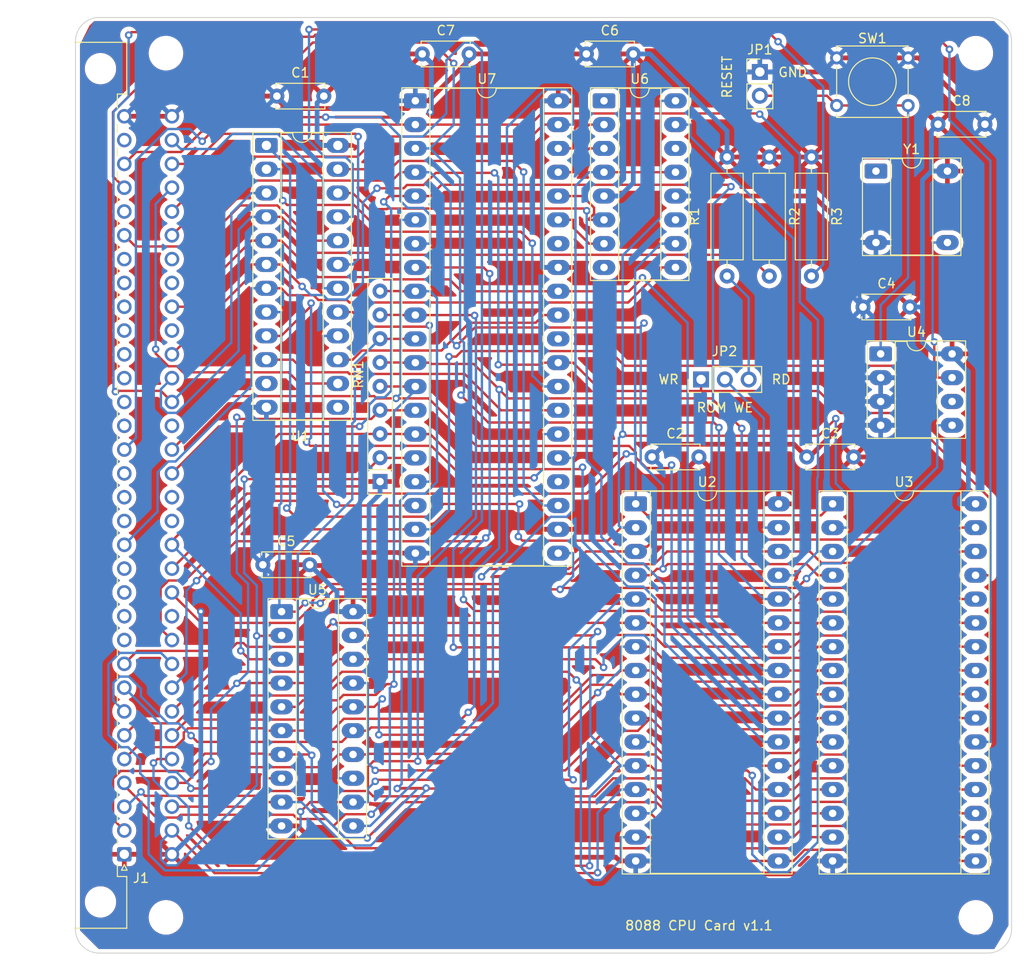
<source format=kicad_pcb>
(kicad_pcb (version 20241229) (generator "pcbnew") (generator_version "9.0")
  (title_block (title "Minimalist Europe Card Bus (MECB) Board Template") (date "2025-05") (rev "1.0") (company "DigicoolThings.com") (comment 1 "For Minimalist Europe Card Bus (MECB).") (comment 2 "U1 PLD positioning provides for ZIF socket space, with Narrow DIP24 ZIF friendly footprint.") (comment 3 "Includes a standardised 4 chip-select output ATF22V10 PLD Address Decoder. ") (comment 4 "Schematic & standardised PCB outline Templates for creating MECB boards."))
  (layers (0 "F.Cu" signal) (2 "B.Cu" signal) (13 "F.Paste" user) (15 "B.Paste" user) (5 "F.SilkS" user "F.Silkscreen") (7 "B.SilkS" user "B.Silkscreen") (1 "F.Mask" user) (3 "B.Mask" user) (25 "Edge.Cuts" user))
  (net 0 "")
  (net 1 "GND")
  (net 2 "+5V")
  (net 3 "/~{ECB_RD}")
  (net 4 "/~{ECB_NMI}")
  (net 5 "/ECB_A17")
  (net 6 "/ECB_D5")
  (net 7 "/ECB_D6")
  (net 8 "/ECB_A15")
  (net 9 "/ECB_A19")
  (net 10 "/ECB_D3")
  (net 11 "/ECB_D4")
  (net 12 "/ECB_A2")
  (net 13 "/ECB_A21")
  (net 14 "/ECB_A18")
  (net 15 "/ECB_D0")
  (net 16 "/ECB_D7")
  (net 17 "/ECB_D2")
  (net 18 "/ECB_A0")
  (net 19 "/ECB_A10")
  (net 20 "/ECB_A1")
  (net 21 "/ECB_D1")
  (net 39 "/~{ECB_RESET}")
  (net 45 "/ECB_CLK")
  (net 46 "/~{ECB_INT}")
  (net 47 "/ECB_A5")
  (net 48 "/ECB_A11")
  (net 49 "/ECB_A9")
  (net 50 "/ECB_A6")
  (net 51 "/ECB_A13")
  (net 52 "/ECB_A3")
  (net 53 "/ECB_A8")
  (net 54 "/ECB_A7")
  (net 55 "/ECB_A4")
  (net 56 "/~{ECB_MREQ}")
  (net 57 "Net-(JP1-B)")
  (net 58 "/ECB_A20")
  (net 59 "/~{ECB_IORQ}")
  (net 60 "/ECB_A14")
  (net 61 "/ECB_A12")
  (net 62 "/ECB_A16")
  (net 63 "~{ROM_WR}")
  (net 65 "/SYS_CLK")
  (net 66 "Net-(JP2-B)")
  (net 68 "/HOLD")
  (net 69 "/~{CS_ROM}")
  (net 70 "/NMI")
  (net 71 "/DT{slash}~{R}")
  (net 72 "/~{CS_RAM}")
  (net 73 "/INT")
  (net 74 "/~{M}")
  (net 75 "/~{TEST}")
  (net 76 "/~{DEN}")
  (net 77 "/RESET")
  (net 79 "Net-(U5-Load)")
  (net 80 "Net-(U6-D0)")
  (net 81 "Net-(U6-D2)")
  (net 84 "Net-(U6-D1)")
  (net 86 "Net-(U6-D3)")
  (net 91 "/~{ECB_WR}")
  (footprint "MountingHole:MountingHole_3.2mm_M3" (layer "F.Cu") (at 192.532 50.419)
    (property "Reference" "H1" (hide yes))
    (property "Value" "MountingHole")
  )
  (footprint "MountingHole:MountingHole_3.2mm_M3" (layer "F.Cu") (at 192.532 142.621)
    (property "Reference" "H2" (hide yes))
    (property "Value" "MountingHole")
  )
  (footprint "MountingHole:MountingHole_3.2mm_M3" (layer "F.Cu") (at 106.172 50.419)
    (property "Reference" "H3" (hide yes))
    (property "Value" "MountingHole")
  )
  (footprint "MountingHole:MountingHole_3.2mm_M3" (layer "F.Cu") (at 106.172 142.621)
    (property "Reference" "H4" (hide yes))
    (property "Value" "MountingHole")
  )
  (footprint "MyCustomFootprintLibrary:DIN41612_C_2x32_C64AC_Male_Horizontal_THT" (layer "F.Cu") (at 101.727 135.89 90)
    (property "Reference" "J1")
    (property "Value" "MECB_64AC")
  )
  (footprint "Button_Switch_THT:SW_Tactile_Straight_KSA0Axx1LFTR" (layer "F.Cu") (at 177.69 50.92)
    (property "Reference" "SW1")
    (property "Value" "SW_DIP_PB")
  )
  (footprint "Capacitor_THT:C_Disc_D5.0mm_W2.5mm_P5.00mm" (layer "F.Cu") (at 180.5 77.5)
    (property "Reference" "C4")
    (property "Value" "0.1uF")
  )
  (footprint "Package_DIP:DIP-32_W15.24mm_Socket_LongPads" (layer "F.Cu") (at 156.26 98.5)
    (property "Reference" "U2")
    (property "Value" "SST39SF040")
  )
  (footprint "Resistor_THT:R_Array_SIP9" (layer "F.Cu") (at 129 96.12 90)
    (property "Reference" "RN1")
    (property "Value" "10K")
  )
  (footprint "Capacitor_THT:C_Disc_D5.0mm_W2.5mm_P5.00mm" (layer "F.Cu") (at 158 93.5)
    (property "Reference" "C2")
    (property "Value" "0.1uF")
  )
  (footprint "Capacitor_THT:C_Disc_D5.0mm_W2.5mm_P5.00mm" (layer "F.Cu") (at 174.5 93.5)
    (property "Reference" "C3")
    (property "Value" "0.1uF")
  )
  (footprint "MyCustomFootprintLibrary:DIP-24_W7.62mm_Socket_LongPads_ZIF_Friendly" (layer "F.Cu") (at 116.88 60.26)
    (property "Reference" "U1")
    (property "Value" "ATF22V10C-15PU" (hide yes))
  )
  (footprint "Connector_PinHeader_2.54mm:PinHeader_1x02_P2.54mm_Vertical" (layer "F.Cu") (at 169.5 52.42)
    (property "Reference" "JP1")
    (property "Value" "Jumper_2_Open" (hide yes))
  )
  (footprint "Package_DIP:DIP-8_W7.62mm_Socket_LongPads" (layer "F.Cu") (at 182.38 82.5)
    (property "Reference" "U4")
    (property "Value" "TC1232CPA")
  )
  (footprint "Capacitor_THT:C_Disc_D5.0mm_W2.5mm_P5.00mm" (layer "F.Cu") (at 188.5 58)
    (property "Reference" "C8")
    (property "Value" "0.1uF")
  )
  (footprint "Package_DIP:DIP-4-8_W7.62mm_Socket_LongPads" (layer "F.Cu") (at 181.88 63)
    (property "Reference" "Y1")
    (property "Value" "8 MHz")
  )
  (footprint "Capacitor_THT:C_Disc_D5.0mm_W2.5mm_P5.00mm" (layer "F.Cu") (at 118 55)
    (property "Reference" "C1")
    (property "Value" "0.1uF")
  )
  (footprint "Capacitor_THT:C_Disc_D5.0mm_W2.5mm_P5.00mm" (layer "F.Cu") (at 116.5 105)
    (property "Reference" "C5")
    (property "Value" "0.1uF")
  )
  (footprint "Resistor_THT:R_Axial_DIN0309_L9.0mm_D3.2mm_P12.70mm_Horizontal" (layer "F.Cu") (at 166 61.5 -90)
    (property "Reference" "R1")
    (property "Value" "4K7")
  )
  (footprint "Package_DIP:DIP-32_W15.24mm_Socket_LongPads" (layer "F.Cu") (at 177.26 98.5)
    (property "Reference" "U3")
    (property "Value" "AS6C4008-55")
  )
  (footprint "Package_DIP:DIP-20_W7.62mm_Socket_LongPads" (layer "F.Cu") (at 118.5 110)
    (property "Reference" "U5")
    (property "Value" "74HCT573")
  )
  (footprint "Capacitor_THT:C_Disc_D5.0mm_W2.5mm_P5.00mm" (layer "F.Cu") (at 156 50.5 180)
    (property "Reference" "C6")
    (property "Value" "0.1uF")
  )
  (footprint "Package_DIP:DIP-40_W15.24mm_Socket_LongPads" (layer "F.Cu") (at 132.76 55.5)
    (property "Reference" "U7")
    (property "Value" "8088-2")
  )
  (footprint "Resistor_THT:R_Axial_DIN0309_L9.0mm_D3.2mm_P12.70mm_Horizontal" (layer "F.Cu") (at 170.5 61.5 -90)
    (property "Reference" "R2")
    (property "Value" "4K7")
  )
  (footprint "Package_DIP:DIP-16_W7.62mm_Socket_LongPads" (layer "F.Cu") (at 152.88 55.5)
    (property "Reference" "U6")
    (property "Value" "74HCT75")
  )
  (footprint "Connector_PinHeader_2.54mm:PinHeader_1x03_P2.54mm_Vertical" (layer "F.Cu") (at 163.23 85.23 90)
    (property "Reference" "JP2")
    (property "Value" "Jumper_3_Open" (hide yes))
  )
  (footprint "Capacitor_THT:C_Disc_D5.0mm_W2.5mm_P5.00mm" (layer "F.Cu") (at 133.5 50.5)
    (property "Reference" "C7")
    (property "Value" "0.1uF")
  )
  (footprint "Resistor_THT:R_Axial_DIN0309_L9.0mm_D3.2mm_P12.70mm_Horizontal" (layer "F.Cu") (at 175 61.5 -90)
    (property "Reference" "R3")
    (property "Value" "4K7")
  )
  (gr_arc (start 196.342 143.891) (mid 195.598051 145.687051) (end 193.802 146.431) (stroke (width 0.1)) (layer "Edge.Cuts"))
  (gr_line (start 193.802 46.609) (end 99.06 46.609) (stroke (width 0.1)) (layer "Edge.Cuts"))
  (gr_arc (start 193.802 46.609) (mid 195.598051 47.352949) (end 196.342 49.149) (stroke (width 0.1)) (layer "Edge.Cuts"))
  (gr_line (start 196.342 143.891) (end 196.342 49.149) (stroke (width 0.1)) (layer "Edge.Cuts"))
  (gr_line (start 99.06 146.431) (end 193.802 146.431) (stroke (width 0.1)) (layer "Edge.Cuts"))
  (gr_arc (start 96.52 49.149) (mid 97.263949 47.352949) (end 99.06 46.609) (stroke (width 0.1)) (layer "Edge.Cuts"))
  (gr_line (start 96.52 49.149) (end 96.52 143.891) (stroke (width 0.1)) (layer "Edge.Cuts"))
  (gr_arc (start 99.06 146.431) (mid 97.263949 145.687051) (end 96.52 143.891) (stroke (width 0.1)) (layer "Edge.Cuts"))
  (gr_text "GND" (at 173 52.46 0) (layer "F.SilkS") (effects (font (size 1 1))))
  (gr_text "WR" (at 159.77 85.23 0) (layer "F.SilkS") (effects (font (size 1 1))))
  (gr_text "RD" (at 171.77 85.23 0) (layer "F.SilkS") (effects (font (size 1 1))))
  (gr_text "ROM WE" (at 165.77 88.23 0) (layer "F.SilkS") (effects (font (size 1 1))))
  (gr_text "RESET" (at 166 52.96 90) (layer "F.SilkS") (effects (font (size 1 1))))
  (gr_text "8088 CPU Card v1.1" (at 163 143.5 0) (layer "F.SilkS") (effects (font (size 1 1))))
  (segment (start 138.5 51.1501) (end 138.5 50.5) (width 0.508) (layer "F.Cu") (net 1))
  (segment (start 113.4785 55) (end 108.957 55) (width 0.508) (layer "F.Cu") (net 1))
  (segment (start 152.3625 49.1375) (end 164.8578 49.1375) (width 0.508) (layer "F.Cu") (net 1))
  (segment (start 151 50.5) (end 138.5 50.5) (width 0.508) (layer "F.Cu") (net 1))
  (segment (start 116.5 105) (end 117.8103 103.6897) (width 0.508) (layer "F.Cu") (net 1))
  (segment (start 178.162 90.12) (end 182.38 90.12) (width 0.508) (layer "F.Cu") (net 1))
  (segment (start 130.98 103.6897) (end 131.0503 103.76) (width 0.508) (layer "F.Cu") (net 1))
  (segment (start 154.5503 136.6) (end 154.1544 136.2041) (width 0.508) (layer "F.Cu") (net 1))
  (segment (start 156.6745 136.6) (end 157.9697 136.6) (width 0.508) (layer "F.Cu") (net 1))
  (segment (start 174.5 93.5) (end 174.782 93.5) (width 0.508) (layer "F.Cu") (net 1))
  (segment (start 174.1638 137.9865) (end 175.5503 136.6) (width 0.508) (layer "F.Cu") (net 1))
  (segment (start 123.5538 136.2041) (end 120.2097 132.86) (width 0.508) (layer "F.Cu") (net 1))
  (segment (start 156.26 136.6) (end 154.5503 136.6) (width 0.508) (layer "F.Cu") (net 1))
  (segment (start 174.782 93.5) (end 178.162 90.12) (width 0.508) (layer "F.Cu") (net 1))
  (segment (start 118.6354 56.1596) (end 118.7963 56.3205) (width 0.508) (layer "F.Cu") (net 1))
  (segment (start 181.88 70.62) (end 180.1703 70.62) (width 0.508) (layer "F.Cu") (net 1))
  (segment (start 154.1544 136.2041) (end 123.5538 136.2041) (width 0.508) (layer "F.Cu") (net 1))
  (segment (start 157.9697 136.6) (end 159.3562 137.9865) (width 0.508) (layer "F.Cu") (net 1))
  (segment (start 177.26 136.6) (end 175.5503 136.6) (width 0.508) (layer "F.Cu") (net 1))
  (segment (start 156.6745 136.6) (end 156.26 136.6) (width 0.508) (layer "F.Cu") (net 1))
  (segment (start 131.9395 56.3205) (end 132.76 55.5) (width 0.508) (layer "F.Cu") (net 1))
  (segment (start 132.76 55.5) (end 134.1501 55.5) (width 0.508) (layer "F.Cu") (net 1))
  (segment (start 159.3574 92.1426) (end 173.1426 92.1426) (width 0.508) (layer "F.Cu") (net 1))
  (segment (start 117.7084 55) (end 118.6354 55.927) (width 0.508) (layer "F.Cu") (net 1))
  (segment (start 117.8103 103.6897) (end 130.98 103.6897) (width 0.508) (layer "F.Cu") (net 1))
  (segment (start 158 93.5) (end 159.3574 92.1426) (width 0.508) (layer "F.Cu") (net 1))
  (segment (start 193.5 58) (end 186.42 50.92) (width 0.508) (layer "F.Cu") (net 1))
  (segment (start 113.4785 55) (end 117.7084 55) (width 0.508) (layer "F.Cu") (net 1))
  (segment (start 177.69 50.92) (end 185.31 50.92) (width 0.508) (layer "F.Cu") (net 1))
  (segment (start 118.6354 55.927) (end 118.6354 56.1596) (width 0.508) (layer "F.Cu") (net 1))
  (segment (start 118 55) (end 113.4785 55) (width 0.508) (layer "F.Cu") (net 1))
  (segment (start 108.957 55) (end 106.807 57.15) (width 0.508) (layer "F.Cu") (net 1))
  (segment (start 160.5 65.66) (end 175.2103 65.66) (width 0.508) (layer "F.Cu") (net 1))
  (segment (start 177.69 50.92) (end 176.19 52.42) (width 0.508) (layer "F.Cu") (net 1))
  (segment (start 159.3562 137.9865) (end 174.1638 137.9865) (width 0.508) (layer "F.Cu") (net 1))
  (segment (start 118.7963 56.3205) (end 131.9395 56.3205) (width 0.508) (layer "F.Cu") (net 1))
  (segment (start 175.2103 65.66) (end 180.1703 70.62) (width 0.508) (layer "F.Cu") (net 1))
  (segment (start 134.1501 55.5) (end 138.5 51.1501) (width 0.508) (layer "F.Cu") (net 1))
  (segment (start 169.5 52.42) (end 168.1403 52.42) (width 0.508) (layer "F.Cu") (net 1))
  (segment (start 176.19 52.42) (end 169.5 52.42) (width 0.508) (layer "F.Cu") (net 1))
  (segment (start 118.5 132.86) (end 120.2097 132.86) (width 0.508) (layer "F.Cu") (net 1))
  (segment (start 151 50.5) (end 152.3625 49.1375) (width 0.508) (layer "F.Cu") (net 1))
  (segment (start 173.1426 92.1426) (end 174.5 93.5) (width 0.508) (layer "F.Cu") (net 1))
  (segment (start 106.807 57.15) (end 101.727 57.15) (width 0.508) (layer "F.Cu") (net 1))
  (segment (start 186.42 50.92) (end 185.31 50.92) (width 0.508) (layer "F.Cu") (net 1))
  (segment (start 132.76 103.76) (end 131.0503 103.76) (width 0.508) (layer "F.Cu") (net 1))
  (segment (start 164.8578 49.1375) (end 168.1403 52.42) (width 0.508) (layer "F.Cu") (net 1))
  (segment (start 180.1703 77.1703) (end 180.1703 70.62) (width 0.508) (layer "B.Cu") (net 1))
  (segment (start 116.7903 132.86) (end 116.7565 132.8262) (width 0.508) (layer "B.Cu") (net 1))
  (segment (start 116.7565 105.2565) (end 116.5 105) (width 0.508) (layer "B.Cu") (net 1))
  (segment (start 115.1703 95.2332) (end 115.1703 88.2) (width 0.508) (layer "B.Cu") (net 1))
  (segment (start 138.587 79.1929) (end 138.168 78.7739) (width 0.508) (layer "B.Cu") (net 1))
  (segment (start 138.168 78.7739) (end 138.168 50.832) (width 0.508) (layer "B.Cu") (net 1))
  (segment (start 138.168 50.832) (end 138.5 50.5) (width 0.508) (layer "B.Cu") (net 1))
  (segment (start 179.1147 69.5644) (end 180.1703 70.62) (width 0.508) (layer "B.Cu") (net 1))
  (segment (start 183.2349 87.58) (end 184.0897 86.7252) (width 0.508) (layer "B.Cu") (net 1))
  (segment (start 118.5 132.86) (end 116.7903 132.86) (width 0.508) (layer "B.Cu") (net 1))
  (segment (start 116.5 96.5629) (end 115.1703 95.2332) (width 0.508) (layer "B.Cu") (net 1))
  (segment (start 182.6328 85.04) (end 182.38 85.04) (width 0.508) (layer "B.Cu") (net 1))
  (segment (start 184.0897 87.58) (end 184.0897 90.12) (width 0.508) (layer "B.Cu") (net 1))
  (segment (start 138.587 99.6427) (end 138.587 79.1929) (width 0.508) (layer "B.Cu") (net 1))
  (segment (start 182.38 85.04) (end 180.6703 85.04) (width 0.508) (layer "B.Cu") (net 1))
  (segment (start 180.5 77.5) (end 180.1703 77.1703) (width 0.508) (layer "B.Cu") (net 1))
  (segment (start 179.1147 52.3447) (end 179.1147 69.5644) (width 0.508) (layer "B.Cu") (net 1))
  (segment (start 177.69 50.92) (end 179.1147 52.3447) (width 0.508) (layer "B.Cu") (net 1))
  (segment (start 116.88 88.2) (end 115.1703 88.2) (width 0.508) (layer "B.Cu") (net 1))
  (segment (start 116.5 105) (end 116.5 96.5629) (width 0.508) (layer "B.Cu") (net 1))
  (segment (start 180.5 84.8697) (end 180.5 77.5) (width 0.508) (layer "B.Cu") (net 1))
  (segment (start 116.7565 132.8262) (end 116.7565 105.2565) (width 0.508) (layer "B.Cu") (net 1))
  (segment (start 181.88 70.62) (end 180.1703 70.62) (width 0.508) (layer "B.Cu") (net 1))
  (segment (start 182.6328 85.04) (end 184.0897 85.04) (width 0.508) (layer "B.Cu") (net 1))
  (segment (start 182.38 87.58) (end 183.2349 87.58) (width 0.508) (layer "B.Cu") (net 1))
  (segment (start 183.2349 87.58) (end 184.0897 87.58) (width 0.508) (layer "B.Cu") (net 1))
  (segment (start 132.76 103.76) (end 134.4697 103.76) (width 0.508) (layer "B.Cu") (net 1))
  (segment (start 184.0897 86.7252) (end 184.0897 85.04) (width 0.508) (layer "B.Cu") (net 1))
  (segment (start 182.38 90.12) (end 184.0897 90.12) (width 0.508) (layer "B.Cu") (net 1))
  (segment (start 134.4697 103.76) (end 138.587 99.6427) (width 0.508) (layer "B.Cu") (net 1))
  (segment (start 180.6703 85.04) (end 180.5 84.8697) (width 0.508) (layer "B.Cu") (net 1))
  (segment (start 146.2903 101.22) (end 146.1268 101.0565) (width 0.508) (layer "F.Cu") (net 2))
  (segment (start 123 55) (end 127.5 50.5) (width 0.508) (layer "F.Cu") (net 2))
  (segment (start 134.3703 56.7153) (end 145.075 56.7153) (width 0.508) (layer "F.Cu") (net 2))
  (segment (start 148 101.22) (end 149.7097 101.22) (width 0.508) (layer "F.Cu") (net 2))
  (segment (start 101.727 135.89) (end 106.807 135.89) (width 0.508) (layer "F.Cu") (net 2))
  (segment (start 160.4904 96.0096) (end 154.9201 96.0096) (width 0.508) (layer "F.Cu") (net 2))
  (segment (start 109.8845 109.9845) (end 115.2364 109.9845) (width 0.508) (layer "F.Cu") (net 2))
  (segment (start 148 55.5) (end 149.7097 55.5) (width 0.508) (layer "F.Cu") (net 2))
  (segment (start 146.1268 101.0565) (end 142.6812 101.0565) (width 0.508) (layer "F.Cu") (net 2))
  (segment (start 156 50.5) (end 154.7097 50.5) (width 0.508) (layer "F.Cu") (net 2))
  (segment (start 179.5 93.5) (end 177.178 95.822) (width 0.508) (layer "F.Cu") (net 2))
  (segment (start 188.5 58) (end 185 61.5) (width 0.508) (layer "F.Cu") (net 2))
  (segment (start 121.5834 105.0834) (end 121.5 105) (width 0.508) (layer "F.Cu") (net 2))
  (segment (start 154.7097 50.5) (end 149.7097 55.5) (width 0.508) (layer "F.Cu") (net 2))
  (segment (start 185.7903 93.5) (end 179.5 93.5) (width 0.508) (layer "F.Cu") (net 2))
  (segment (start 145.075 56.7153) (end 146.2903 55.5) (width 0.508) (layer "F.Cu") (net 2))
  (segment (start 154.9201 96.0096) (end 149.7097 101.22) (width 0.508) (layer "F.Cu") (net 2))
  (segment (start 165.322 95.822) (end 163 93.5) (width 0.508) (layer "F.Cu") (net 2))
  (segment (start 192.5 98.5) (end 190.7903 98.5) (width 0.508) (layer "F.Cu") (net 2))
  (segment (start 138.6543 105.0834) (end 121.5834 105.0834) (width 0.508) (layer "F.Cu") (net 2))
  (segment (start 175 61.5) (end 170.5 61.5) (width 0.508) (layer "F.Cu") (net 2))
  (segment (start 148 55.5) (end 146.2903 55.5) (width 0.508) (layer "F.Cu") (net 2))
  (segment (start 166 61.5) (end 170.5 61.5) (width 0.508) (layer "F.Cu") (net 2))
  (segment (start 169.7903 95.822) (end 169.7903 98.5) (width 0.508) (layer "F.Cu") (net 2))
  (segment (start 190.7903 98.5) (end 185.7903 93.5) (width 0.508) (layer "F.Cu") (net 2))
  (segment (start 177.178 95.822) (end 169.7903 95.822) (width 0.508) (layer "F.Cu") (net 2))
  (segment (start 127.5 50.5) (end 133.5 50.5) (width 0.508) (layer "F.Cu") (net 2))
  (segment (start 120.2209 105) (end 121.5 105) (width 0.508) (layer "F.Cu") (net 2))
  (segment (start 142.6812 101.0565) (end 138.6543 105.0834) (width 0.508) (layer "F.Cu") (net 2))
  (segment (start 185 61.5) (end 175 61.5) (width 0.508) (layer "F.Cu") (net 2))
  (segment (start 163 93.5) (end 160.4904 96.0096) (width 0.508) (layer "F.Cu") (net 2))
  (segment (start 115.2364 109.9845) (end 120.2209 105) (width 0.508) (layer "F.Cu") (net 2))
  (segment (start 169.7903 95.822) (end 165.322 95.822) (width 0.508) (layer "F.Cu") (net 2))
  (segment (start 148 101.22) (end 146.2903 101.22) (width 0.508) (layer "F.Cu") (net 2))
  (segment (start 171.5 98.5) (end 169.7903 98.5) (width 0.508) (layer "F.Cu") (net 2))
  (via (at 109.8845 109.9845) (size 0.8) (drill 0.4) (layers "F.Cu" "B.Cu") (net 2))
  (via (at 134.3703 56.7153) (size 0.8) (drill 0.4) (layers "F.Cu" "B.Cu") (net 2))
  (segment (start 191.7343 84.3981) (end 191.7343 97.0135) (width 0.508) (layer "B.Cu") (net 2))
  (segment (start 189.5855 82.5) (end 188.2903 82.5) (width 0.508) (layer "B.Cu") (net 2))
  (segment (start 189.5855 82.5) (end 189.8362 82.5) (width 0.508) (layer "B.Cu") (net 2))
  (segment (start 124.4103 107.9103) (end 121.5 105) (width 0.508) (layer "B.Cu") (net 2))
  (segment (start 153.2945 65.66) (end 152.88 65.66) (width 0.508) (layer "B.Cu") (net 2))
  (segment (start 109.8845 132.8551) (end 109.8845 109.9845) (width 0.508) (layer "B.Cu") (net 2))
  (segment (start 185.5 77.5) (end 186.8365 77.5) (width 0.508) (layer "B.Cu") (net 2))
  (segment (start 134.4707 56.6149) (end 134.3703 56.7153) (width 0.508) (layer "B.Cu") (net 2))
  (segment (start 134.4707 51.4707) (end 134.4707 56.6149) (width 0.508) (layer "B.Cu") (net 2))
  (segment (start 148 73.28) (end 146.2903 73.28) (width 0.508) (layer "B.Cu") (net 2))
  (segment (start 190 82.5) (end 189.5855 82.5) (width 0.508) (layer "B.Cu") (net 2))
  (segment (start 186.8365 77.5) (end 186.8365 63.9538) (width 0.508) (layer "B.Cu") (net 2))
  (segment (start 156 50.5) (end 156 64.2497) (width 0.508) (layer "B.Cu") (net 2))
  (segment (start 157.7836 50.5) (end 156 50.5) (width 0.508) (layer "B.Cu") (net 2))
  (segment (start 126.12 110) (end 124.4103 110) (width 0.508) (layer "B.Cu") (net 2))
  (segment (start 188.0867 82.5) (end 188.2903 82.5) (width 0.508) (layer "B.Cu") (net 2))
  (segment (start 124.4103 110) (end 124.4103 107.9103) (width 0.508) (layer "B.Cu") (net 2))
  (segment (start 186.8365 81.2498) (end 188.0867 82.5) (width 0.508) (layer "B.Cu") (net 2))
  (segment (start 127.8297 98.6) (end 127.8297 110) (width 0.508) (layer "B.Cu") (net 2))
  (segment (start 129 97.4297) (end 127.8297 98.6) (width 0.508) (layer "B.Cu") (net 2))
  (segment (start 156 64.2497) (end 154.5897 65.66) (width 0.508) (layer "B.Cu") (net 2))
  (segment (start 191.7343 97.0135) (end 190.7903 97.9575) (width 0.508) (layer "B.Cu") (net 2))
  (segment (start 189.5 63) (end 187.7903 63) (width 0.508) (layer "B.Cu") (net 2))
  (segment (start 106.807 135.89) (end 106.8496 135.89) (width 0.508) (layer "B.Cu") (net 2))
  (segment (start 166 58.7164) (end 157.7836 50.5) (width 0.508) (layer "B.Cu") (net 2))
  (segment (start 186.8365 63.9538) (end 187.7903 63) (width 0.508) (layer "B.Cu") (net 2))
  (segment (start 122.287 59.7567) (end 122.7903 60.26) (width 0.508) (layer "B.Cu") (net 2))
  (segment (start 148 55.5) (end 146.2903 55.5) (width 0.508) (layer "B.Cu") (net 2))
  (segment (start 106.8496 135.89) (end 109.8845 132.8551) (width 0.508) (layer "B.Cu") (net 2))
  (segment (start 166 61.5) (end 166 58.7164) (width 0.508) (layer "B.Cu") (net 2))
  (segment (start 192.5 98.5) (end 190.7903 98.5) (width 0.508) (layer "B.Cu") (net 2))
  (segment (start 124.5 60.26) (end 122.7903 60.26) (width 0.508) (layer "B.Cu") (net 2))
  (segment (start 133.5 50.5) (end 134.4707 51.4707) (width 0.508) (layer "B.Cu") (net 2))
  (segment (start 190.7903 97.9575) (end 190.7903 98.5) (width 0.508) (layer "B.Cu") (net 2))
  (segment (start 153.2945 65.66) (end 154.5897 65.66) (width 0.508) (layer "B.Cu") (net 2))
  (segment (start 122.287 55.713) (end 122.287 59.7567) (width 0.508) (layer "B.Cu") (net 2))
  (segment (start 126.12 110) (end 127.8297 110) (width 0.508) (layer "B.Cu") (net 2))
  (segment (start 186.8365 77.5) (end 186.8365 81.2498) (width 0.508) (layer "B.Cu") (net 2))
  (segment (start 188.5 58) (end 187.7903 58.7097) (width 0.508) (layer "B.Cu") (net 2))
  (segment (start 189.8362 82.5) (end 191.7343 84.3981) (width 0.508) (layer "B.Cu") (net 2))
  (segment (start 187.7903 58.7097) (end 187.7903 63) (width 0.508) (layer "B.Cu") (net 2))
  (segment (start 129 96.12) (end 129 97.4297) (width 0.508) (layer "B.Cu") (net 2))
  (segment (start 123 55) (end 122.287 55.713) (width 0.508) (layer "B.Cu") (net 2))
  (segment (start 146.2903 73.28) (end 146.2903 55.5) (width 0.508) (layer "B.Cu") (net 2))
  (segment (start 116.4655 70.42) (end 115.2973 70.42) (width 0.254) (layer "F.Cu") (net 3))
  (segment (start 129.4205 74.55) (end 136.3973 74.55) (width 0.254) (layer "F.Cu") (net 3))
  (segment (start 108.2473 77.47) (end 115.2973 70.42) (width 0.254) (layer "F.Cu") (net 3))
  (segment (start 122.3527 74.31) (end 129.1805 74.31) (width 0.254) (layer "F.Cu") (net 3))
  (segment (start 116.4655 70.42) (end 116.88 70.42) (width 0.254) (layer "F.Cu") (net 3))
  (segment (start 137.6673 75.82) (end 148 75.82) (width 0.254) (layer "F.Cu") (net 3))
  (segment (start 136.3973 74.55) (end 137.6673 75.82) (width 0.254) (layer "F.Cu") (net 3))
  (segment (start 156.9814 74.3794) (end 155.5408 75.82) (width 0.254) (layer "F.Cu") (net 3))
  (segment (start 106.807 77.47) (end 108.2473 77.47) (width 0.254) (layer "F.Cu") (net 3))
  (segment (start 116.88 70.42) (end 118.4627 70.42) (width 0.254) (layer "F.Cu") (net 3))
  (segment (start 173.0827 118.82) (end 173.5909 118.3118) (width 0.254) (layer "F.Cu") (net 3))
  (segment (start 129.1805 74.31) (end 129.4205 74.55) (width 0.254) (layer "F.Cu") (net 3))
  (segment (start 155.5408 75.82) (end 148 75.82) (width 0.254) (layer "F.Cu") (net 3))
  (segment (start 175.4603 117.6282) (end 189.7255 117.6282) (width 0.254) (layer "F.Cu") (net 3))
  (segment (start 174.7767 118.3118) (end 175.4603 117.6282) (width 0.254) (layer "F.Cu") (net 3))
  (segment (start 118.4627 70.42) (end 122.3527 74.31) (width 0.254) (layer "F.Cu") (net 3))
  (segment (start 171.5 118.82) (end 173.0827 118.82) (width 0.254) (layer "F.Cu") (net 3))
  (segment (start 189.7255 117.6282) (end 190.9173 118.82) (width 0.254) (layer "F.Cu") (net 3))
  (segment (start 173.5909 118.3118) (end 174.7767 118.3118) (width 0.254) (layer "F.Cu") (net 3))
  (segment (start 192.5 118.82) (end 190.9173 118.82) (width 0.254) (layer "F.Cu") (net 3))
  (via (at 156.9814 74.3794) (size 0.8) (drill 0.4) (layers "F.Cu" "B.Cu") (net 3))
  (segment (start 161.7979 110.7006) (end 169.9173 118.82) (width 0.254) (layer "B.Cu") (net 3))
  (segment (start 171.5 118.82) (end 169.9173 118.82) (width 0.254) (layer "B.Cu") (net 3))
  (segment (start 161.7979 79.1959) (end 161.7979 110.7006) (width 0.254) (layer "B.Cu") (net 3))
  (segment (start 156.9814 74.3794) (end 161.7979 79.1959) (width 0.254) (layer "B.Cu") (net 3))
  (segment (start 171.4365 49.1854) (end 170.6995 48.4484) (width 0.254) (layer "F.Cu") (net 4))
  (segment (start 121.8877 48.669) (end 107.8948 48.669) (width 0.254) (layer "F.Cu") (net 4))
  (segment (start 107.8948 48.669) (end 107.3989 48.1731) (width 0.254) (layer "F.Cu") (net 4))
  (segment (start 100.8649 86.4451) (end 105.6221 86.4451) (width 0.254) (layer "F.Cu") (net 4))
  (segment (start 102.5049 48.1731) (end 102.1905 48.4875) (width 0.254) (layer "F.Cu") (net 4))
  (segment (start 100.7798 86.5302) (end 100.8649 86.4451) (width 0.254) (layer "F.Cu") (net 4))
  (segment (start 170.6995 48.4484) (end 122.1083 48.4484) (width 0.254) (layer "F.Cu") (net 4))
  (segment (start 105.6221 86.4451) (end 106.807 87.63) (width 0.254) (layer "F.Cu") (net 4))
  (segment (start 107.3989 48.1731) (end 102.5049 48.1731) (width 0.254) (layer "F.Cu") (net 4))
  (segment (start 122.1083 48.4484) (end 121.8877 48.669) (width 0.254) (layer "F.Cu") (net 4))
  (via (at 102.1905 48.4875) (size 0.8) (drill 0.4) (layers "F.Cu" "B.Cu") (net 4))
  (via (at 100.7798 86.5302) (size 0.8) (drill 0.4) (layers "F.Cu" "B.Cu") (net 4))
  (via (at 171.4365 49.1854) (size 0.8) (drill 0.4) (layers "F.Cu" "B.Cu") (net 4))
  (segment (start 115.2973 65.34) (end 113.1399 67.4974) (width 0.254) (layer "B.Cu") (net 4))
  (segment (start 102.1905 48.4875) (end 102.1905 55.0493) (width 0.254) (layer "B.Cu") (net 4))
  (segment (start 113.1399 67.4974) (end 113.1399 81.2971) (width 0.254) (layer "B.Cu") (net 4))
  (segment (start 113.1399 81.2971) (end 106.807 87.63) (width 0.254) (layer "B.Cu") (net 4))
  (segment (start 102.1905 55.0493) (end 100.5693 56.6705) (width 0.254) (layer "B.Cu") (net 4))
  (segment (start 116.88 65.34) (end 115.2973 65.34) (width 0.254) (layer "B.Cu") (net 4))
  (segment (start 176.2523 54.0012) (end 171.4365 49.1854) (width 0.254) (layer "B.Cu") (net 4))
  (segment (start 175 74.2) (end 176.2523 72.9477) (width 0.254) (layer "B.Cu") (net 4))
  (segment (start 100.5693 56.6705) (end 100.5693 86.3197) (width 0.254) (layer "B.Cu") (net 4))
  (segment (start 176.2523 72.9477) (end 176.2523 54.0012) (width 0.254) (layer "B.Cu") (net 4))
  (segment (start 100.5693 86.3197) (end 100.7798 86.5302) (width 0.254) (layer "B.Cu") (net 4))
  (segment (start 121.7982 108.8379) (end 121.7982 109.3772) (width 0.254) (layer "F.Cu") (net 5))
  (segment (start 123.5779 107.0582) (end 121.7982 108.8379) (width 0.254) (layer "F.Cu") (net 5))
  (segment (start 159.6087 103.58) (end 158.2514 104.9373) (width 0.254) (layer "F.Cu") (net 5))
  (segment (start 189.7007 104.7966) (end 176.0526 104.7966) (width 0.254) (layer "F.Cu") (net 5))
  (segment (start 150.3369 104.9373) (end 149.3121 105.9621) (width 0.254) (layer "F.Cu") (net 5))
  (segment (start 119.9754 111.2) (end 109.9196 111.2) (width 0.254) (layer "F.Cu") (net 5))
  (segment (start 190.9173 103.58) (end 189.7007 104.7966) (width 0.254) (layer "F.Cu") (net 5))
  (segment (start 171.5 103.58) (end 159.6087 103.58) (width 0.254) (layer "F.Cu") (net 5))
  (segment (start 109.9196 111.2) (end 106.807 108.0874) (width 0.254) (layer "F.Cu") (net 5))
  (segment (start 192.5 103.58) (end 190.9173 103.58) (width 0.254) (layer "F.Cu") (net 5))
  (segment (start 106.807 108.0874) (end 106.807 107.95) (width 0.254) (layer "F.Cu") (net 5))
  (segment (start 145.8646 107.0582) (end 123.5779 107.0582) (width 0.254) (layer "F.Cu") (net 5))
  (segment (start 176.0526 104.7966) (end 174.836 103.58) (width 0.254) (layer "F.Cu") (net 5))
  (segment (start 149.3121 105.9621) (end 146.9607 105.9621) (width 0.254) (layer "F.Cu") (net 5))
  (segment (start 174.836 103.58) (end 171.5 103.58) (width 0.254) (layer "F.Cu") (net 5))
  (segment (start 146.9607 105.9621) (end 145.8646 107.0582) (width 0.254) (layer "F.Cu") (net 5))
  (segment (start 158.2514 104.9373) (end 150.3369 104.9373) (width 0.254) (layer "F.Cu") (net 5))
  (segment (start 121.7982 109.3772) (end 119.9754 111.2) (width 0.254) (layer "F.Cu") (net 5))
  (segment (start 162.0827 58.04) (end 162.0827 59.306) (width 0.254) (layer "B.Cu") (net 5))
  (segment (start 160.5 58.04) (end 162.0827 58.04) (width 0.254) (layer "B.Cu") (net 5))
  (segment (start 166.7479 63.8656) (end 173.0827 70.2004) (width 0.254) (layer "B.Cu") (net 5))
  (segment (start 171.5 103.58) (end 173.0827 103.58) (width 0.254) (layer "B.Cu") (net 5))
  (segment (start 173.0827 70.2004) (end 173.0827 103.58) (width 0.254) (layer "B.Cu") (net 5))
  (segment (start 162.0827 59.306) (end 166.6423 63.8656) (width 0.254) (layer "B.Cu") (net 5))
  (segment (start 166.6423 63.8656) (end 166.7479 63.8656) (width 0.254) (layer "B.Cu") (net 5))
  (segment (start 189.6949 130.2976) (end 190.9173 131.52) (width 0.254) (layer "F.Cu") (net 6))
  (segment (start 100.5302 132.1532) (end 100.5302 127.8103) (width 0.254) (layer "F.Cu") (net 6))
  (segment (start 174.3051 130.2976) (end 189.6949 130.2976) (width 0.254) (layer "F.Cu") (net 6))
  (segment (start 171.9145 131.52) (end 171.5 131.52) (width 0.254) (layer "F.Cu") (net 6))
  (segment (start 116.8282 125.1509) (end 116.9173 125.24) (width 0.254) (layer "F.Cu") (net 6))
  (segment (start 108.4626 127) (end 110.3117 125.1509) (width 0.254) (layer "F.Cu") (net 6))
  (segment (start 132.76 80.9) (end 129.02 80.9) (width 0.254) (layer "F.Cu") (net 6))
  (segment (start 101.727 133.35) (end 100.5302 132.1532) (width 0.254) (layer "F.Cu") (net 6))
  (segment (start 159.6641 131.52) (end 158.4735 130.3294) (width 0.254) (layer "F.Cu") (net 6))
  (segment (start 158.4735 130.3294) (end 131.4599 130.3294) (width 0.254) (layer "F.Cu") (net 6))
  (segment (start 171.9145 131.52) (end 173.0827 131.52) (width 0.254) (layer "F.Cu") (net 6))
  (segment (start 117.7087 125.24) (end 118.5 125.24) (width 0.254) (layer "F.Cu") (net 6))
  (segment (start 192.5 131.52) (end 190.9173 131.52) (width 0.254) (layer "F.Cu") (net 6))
  (segment (start 121.6353 125.24) (end 121.7178 125.3225) (width 0.254) (layer "F.Cu") (net 6))
  (segment (start 101.3405 127) (end 108.4626 127) (width 0.254) (layer "F.Cu") (net 6))
  (segment (start 173.0827 131.52) (end 174.3051 130.2976) (width 0.254) (layer "F.Cu") (net 6))
  (segment (start 100.5302 127.8103) (end 101.3405 127) (width 0.254) (layer "F.Cu") (net 6))
  (segment (start 110.3117 125.1509) (end 116.8282 125.1509) (width 0.254) (layer "F.Cu") (net 6))
  (segment (start 117.7087 125.24) (end 116.9173 125.24) (width 0.254) (layer "F.Cu") (net 6))
  (segment (start 131.4599 130.3294) (end 127.6366 134.1527) (width 0.254) (layer "F.Cu") (net 6))
  (segment (start 129.02 80.9) (end 129 80.88) (width 0.254) (layer "F.Cu") (net 6))
  (segment (start 171.5 131.52) (end 159.6641 131.52) (width 0.254) (layer "F.Cu") (net 6))
  (segment (start 118.5 125.24) (end 121.6353 125.24) (width 0.254) (layer "F.Cu") (net 6))
  (via (at 127.6366 134.1527) (size 0.8) (drill 0.4) (layers "F.Cu" "B.Cu") (net 6))
  (via (at 121.7178 125.3225) (size 0.8) (drill 0.4) (layers "F.Cu" "B.Cu") (net 6))
  (segment (start 120.2305 103.8156) (end 120.2305 123.8352) (width 0.254) (layer "B.Cu") (net 6))
  (segment (start 125.289 134.1527) (end 127.6366 134.1527) (width 0.254) (layer "B.Cu") (net 6))
  (segment (start 121.7178 125.3225) (end 121.7178 130.5815) (width 0.254) (layer "B.Cu") (net 6))
  (segment (start 121.7178 130.5815) (end 125.289 134.1527) (width 0.254) (layer "B.Cu") (net 6))
  (segment (start 126.0357 98.0104) (end 120.2305 103.8156) (width 0.254) (layer "B.Cu") (net 6))
  (segment (start 120.2305 123.8352) (end 121.7178 125.3225) (width 0.254) (layer "B.Cu") (net 6))
  (segment (start 126.0357 89.9151) (end 126.0357 98.0104) (width 0.254) (layer "B.Cu") (net 6))
  (segment (start 126.3137 83.5663) (end 126.3137 89.6371) (width 0.254) (layer "B.Cu") (net 6))
  (segment (start 126.3137 89.6371) (end 126.0357 89.9151) (width 0.254) (layer "B.Cu") (net 6))
  (segment (start 129 80.88) (end 126.3137 83.5663) (width 0.254) (layer "B.Cu") (net 6))
  (segment (start 127.7012 126.549) (end 127.7012 127.2863) (width 0.254) (layer "F.Cu") (net 7))
  (segment (start 131.9687 78.36) (end 131.1773 78.36) (width 0.254) (layer "F.Cu") (net 7))
  (segment (start 153.8409 127.7894) (end 167.8929 127.7894) (width 0.254) (layer "F.Cu") (net 7))
  (segment (start 192.5 128.98) (end 190.9173 128.98) (width 0.254) (layer "F.Cu") (net 7))
  (segment (start 118.0855 127.78) (end 116.9173 127.78) (width 0.254) (layer "F.Cu") (net 7))
  (segment (start 131.1573 78.34) (end 131.1773 78.36) (width 0.254) (layer "F.Cu") (net 7))
  (segment (start 128.2958 125.9544) (end 127.7012 126.549) (width 0.254) (layer "F.Cu") (net 7))
  (segment (start 118.0855 127.78) (end 118.5 127.78) (width 0.254) (layer "F.Cu") (net 7))
  (segment (start 132.76 78.36) (end 139.0421 78.36) (width 0.254) (layer "F.Cu") (net 7))
  (segment (start 116.9173 129.1373) (end 127.7027 129.1373) (width 0.254) (layer "F.Cu") (net 7))
  (segment (start 139.0421 78.36) (end 139.0777 78.3956) (width 0.254) (layer "F.Cu") (net 7))
  (segment (start 171.5 128.98) (end 169.9173 128.98) (width 0.254) (layer "F.Cu") (net 7))
  (segment (start 127.7012 127.2863) (end 127.7027 127.2878) (width 0.254) (layer "F.Cu") (net 7))
  (segment (start 116.405 129.6496) (end 116.9173 129.1373) (width 0.254) (layer "F.Cu") (net 7))
  (segment (start 169.0835 128.98) (end 169.9173 128.98) (width 0.254) (layer "F.Cu") (net 7))
  (segment (start 103.9218 129.6496) (end 116.405 129.6496) (width 0.254) (layer "F.Cu") (net 7))
  (segment (start 116.9173 129.1373) (end 116.9173 127.78) (width 0.254) (layer "F.Cu") (net 7))
  (segment (start 127.7027 127.2878) (end 127.7027 129.1373) (width 0.254) (layer "F.Cu") (net 7))
  (segment (start 129 78.34) (end 131.1573 78.34) (width 0.254) (layer "F.Cu") (net 7))
  (segment (start 190.9173 128.98) (end 189.7269 127.7896) (width 0.254) (layer "F.Cu") (net 7))
  (segment (start 167.8929 127.7894) (end 169.0835 128.98) (width 0.254) (layer "F.Cu") (net 7))
  (segment (start 103.5079 129.2357) (end 103.9218 129.6496) (width 0.254) (layer "F.Cu") (net 7))
  (segment (start 171.5 128.98) (end 173.0827 128.98) (width 0.254) (layer "F.Cu") (net 7))
  (segment (start 174.2731 127.7896) (end 173.0827 128.98) (width 0.254) (layer "F.Cu") (net 7))
  (segment (start 131.9687 78.36) (end 132.76 78.36) (width 0.254) (layer "F.Cu") (net 7))
  (segment (start 133.0253 125.9544) (end 128.2958 125.9544) (width 0.254) (layer "F.Cu") (net 7))
  (segment (start 127.7027 129.1373) (end 128.268 129.7026) (width 0.254) (layer "F.Cu") (net 7))
  (segment (start 189.7269 127.7896) (end 174.2731 127.7896) (width 0.254) (layer "F.Cu") (net 7))
  (segment (start 151.9277 129.7026) (end 153.8409 127.7894) (width 0.254) (layer "F.Cu") (net 7))
  (segment (start 128.268 129.7026) (end 151.9277 129.7026) (width 0.254) (layer "F.Cu") (net 7))
  (via (at 139.0777 78.3956) (size 0.8) (drill 0.4) (layers "F.Cu" "B.Cu") (net 7))
  (via (at 103.5079 129.2357) (size 0.8) (drill 0.4) (layers "F.Cu" "B.Cu") (net 7))
  (via (at 133.0253 125.9544) (size 0.8) (drill 0.4) (layers "F.Cu" "B.Cu") (net 7))
  (segment (start 139.2237 99.9942) (end 139.2237 78.5416) (width 0.254) (layer "B.Cu") (net 7))
  (segment (start 139.2237 78.5416) (end 139.0777 78.3956) (width 0.254) (layer "B.Cu") (net 7))
  (segment (start 133.0253 106.1926) (end 139.2237 99.9942) (width 0.254) (layer "B.Cu") (net 7))
  (segment (start 133.0253 125.9544) (end 133.0253 106.1926) (width 0.254) (layer "B.Cu") (net 7))
  (segment (start 101.727 130.81) (end 101.9336 130.81) (width 0.254) (layer "B.Cu") (net 7))
  (segment (start 101.9336 130.81) (end 103.5079 129.2357) (width 0.254) (layer "B.Cu") (net 7))
  (segment (start 112.661 61.456) (end 106.807 67.31) (width 0.254) (layer "F.Cu") (net 8))
  (segment (start 128.7686 59.31) (end 126.6226 61.456) (width 0.254) (layer "F.Cu") (net 8))
  (segment (start 146.4173 58.04) (end 145.1473 59.31) (width 0.254) (layer "F.Cu") (net 8))
  (segment (start 192.5 101.04) (end 190.9173 101.04) (width 0.254) (layer "F.Cu") (net 8))
  (segment (start 156.26 103.58) (end 153.7117 103.58) (width 0.254) (layer "F.Cu") (net 8))
  (segment (start 145.1473 59.31) (end 128.7686 59.31) (width 0.254) (layer "F.Cu") (net 8))
  (segment (start 149.1009 105.4524) (end 150.9733 103.58) (width 0.254) (layer "F.Cu") (net 8))
  (segment (start 158.2449 102.31) (end 189.6473 102.31) (width 0.254) (layer "F.Cu") (net 8))
  (segment (start 150.9733 103.58) (end 153.7117 103.58) (width 0.254) (layer "F.Cu") (net 8))
  (segment (start 139.8214 106.2754) (end 140.6444 105.4524) (width 0.254) (layer "F.Cu") (net 8))
  (segment (start 157.4831 103.0718) (end 158.2449 102.31) (width 0.254) (layer "F.Cu") (net 8))
  (segment (start 140.6444 105.4524) (end 149.1009 105.4524) (width 0.254) (layer "F.Cu") (net 8))
  (segment (start 155.4877 103.58) (end 155.9959 103.0718) (width 0.254) (layer "F.Cu") (net 8))
  (segment (start 126.6226 61.456) (end 112.661 61.456) (width 0.254) (layer "F.Cu") (net 8))
  (segment (start 148 58.04) (end 146.4173 58.04) (width 0.254) (layer "F.Cu") (net 8))
  (segment (start 153.7117 103.58) (end 155.4877 103.58) (width 0.254) (layer "F.Cu") (net 8))
  (segment (start 189.6473 102.31) (end 190.9173 101.04) (width 0.254) (layer "F.Cu") (net 8))
  (segment (start 155.9959 103.0718) (end 157.4831 103.0718) (width 0.254) (layer "F.Cu") (net 8))
  (via (at 139.8214 106.2754) (size 0.8) (drill 0.4) (layers "F.Cu" "B.Cu") (net 8))
  (segment (start 148 58.04) (end 149.5827 58.04) (width 0.254) (layer "B.Cu") (net 8))
  (segment (start 149.5827 54.9921) (end 148.8815 54.2909) (width 0.254) (layer "B.Cu") (net 8))
  (segment (start 142.5293 103.5675) (end 139.8214 106.2754) (width 0.254) (layer "B.Cu") (net 8))
  (segment (start 142.5293 58.3303) (end 142.5293 103.5675) (width 0.254) (layer "B.Cu") (net 8))
  (segment (start 146.5687 54.2909) (end 142.5293 58.3303) (width 0.254) (layer "B.Cu") (net 8))
  (segment (start 148.8815 54.2909) (end 146.5687 54.2909) (width 0.254) (layer "B.Cu") (net 8))
  (segment (start 149.5827 58.04) (end 149.5827 54.9921) (width 0.254) (layer "B.Cu") (net 8))
  (segment (start 116.88 75.5) (end 118.4627 75.5) (width 0.254) (layer "F.Cu") (net 9))
  (segment (start 160.5 73.28) (end 158.9173 73.28) (width 0.254) (layer "F.Cu") (net 9))
  (segment (start 119.2066 76.2439) (end 121.9132 76.2439) (width 0.254) (layer "F.Cu") (net 9))
  (segment (start 125.7323 77.0183) (end 155.4547 77.0183) (width 0.254) (layer "F.Cu") (net 9))
  (segment (start 121.9132 76.2439) (end 122.4213 76.752) (width 0.254) (layer "F.Cu") (net 9))
  (segment (start 118.4627 75.5) (end 119.2066 76.2439) (width 0.254) (layer "F.Cu") (net 9))
  (segment (start 158.9173 73.5557) (end 158.9173 73.28) (width 0.254) (layer "F.Cu") (net 9))
  (segment (start 125.466 76.752) (end 125.7323 77.0183) (width 0.254) (layer "F.Cu") (net 9))
  (segment (start 122.4213 76.752) (end 125.466 76.752) (width 0.254) (layer "F.Cu") (net 9))
  (segment (start 155.4547 77.0183) (end 158.9173 73.5557) (width 0.254) (layer "F.Cu") (net 9))
  (segment (start 106.4093 93.98) (end 107.1862 93.98) (width 0.254) (layer "B.Cu") (net 9))
  (segment (start 101.727 102.87) (end 105.2772 99.3198) (width 0.254) (layer "B.Cu") (net 9))
  (segment (start 107.1862 93.98) (end 115.2973 85.8689) (width 0.254) (layer "B.Cu") (net 9))
  (segment (start 105.2772 99.3198) (end 105.2772 95.1121) (width 0.254) (layer "B.Cu") (net 9))
  (segment (start 115.2973 85.8689) (end 115.2973 75.5) (width 0.254) (layer "B.Cu") (net 9))
  (segment (start 105.2772 95.1121) (end 106.4093 93.98) (width 0.254) (layer "B.Cu") (net 9))
  (segment (start 116.88 75.5) (end 115.2973 75.5) (width 0.254) (layer "B.Cu") (net 9))
  (segment (start 130.4804 117.7328) (end 129.7033 117.7328) (width 0.254) (layer "F.Cu") (net 10))
  (segment (start 125.2872 131.6161) (end 124.0216 132.8817) (width 0.254) (layer "F.Cu") (net 10))
  (segment (start 189.7268 135.4095) (end 190.9173 136.6) (width 0.254) (layer "F.Cu") (net 10))
  (segment (start 101.727 128.56) (end 102.7252 129.5582) (width 0.254) (layer "F.Cu") (net 10))
  (segment (start 103.1838 130.0184) (end 103.1854 130.0184) (width 0.254) (layer "F.Cu") (net 10))
  (segment (start 129.02 85.98) (end 129 85.96) (width 0.254) (layer "F.Cu") (net 10))
  (segment (start 192.5 136.6) (end 190.9173 136.6) (width 0.254) (layer "F.Cu") (net 10))
  (segment (start 103.1854 130.0184) (end 105.1398 131.9728) (width 0.254) (layer "F.Cu") (net 10))
  (segment (start 159.5156 136.6) (end 171.5 136.6) (width 0.254) (layer "F.Cu") (net 10))
  (segment (start 125.0886 118.89) (end 124.5187 119.4599) (width 0.254) (layer "F.Cu") (net 10))
  (segment (start 124.0216 132.8817) (end 126.3825 135.2427) (width 0.254) (layer "F.Cu") (net 10))
  (segment (start 105.1398 131.9728) (end 107.4482 131.9728) (width 0.254) (layer "F.Cu") (net 10))
  (segment (start 101.727 128.27) (end 101.727 128.56) (width 0.254) (layer "F.Cu") (net 10))
  (segment (start 171.9145 136.6) (end 171.5 136.6) (width 0.254) (layer "F.Cu") (net 10))
  (segment (start 158.1583 135.2427) (end 159.5156 136.6) (width 0.254) (layer "F.Cu") (net 10))
  (segment (start 124.5187 119.4599) (end 120.7828 119.4599) (width 0.254) (layer "F.Cu") (net 10))
  (segment (start 119.7417 131.6719) (end 120.1964 132.1266) (width 0.254) (layer "F.Cu") (net 10))
  (segment (start 171.9145 136.6) (end 173.0827 136.6) (width 0.254) (layer "F.Cu") (net 10))
  (segment (start 118.5 120.16) (end 120.0827 120.16) (width 0.254) (layer "F.Cu") (net 10))
  (segment (start 129.7033 117.7328) (end 128.5461 118.89) (width 0.254) (layer "F.Cu") (net 10))
  (segment (start 126.3825 135.2427) (end 158.1583 135.2427) (width 0.254) (layer "F.Cu") (net 10))
  (segment (start 102.7252 129.5598) (end 103.1838 130.0184) (width 0.254) (layer "F.Cu") (net 10))
  (segment (start 173.0827 136.6) (end 174.2732 135.4095) (width 0.254) (layer "F.Cu") (net 10))
  (segment (start 107.7491 131.6719) (end 119.7417 131.6719) (width 0.254) (layer "F.Cu") (net 10))
  (segment (start 132.76 85.98) (end 129.02 85.98) (width 0.254) (layer "F.Cu") (net 10))
  (segment (start 128.0604 131.6161) (end 125.2872 131.6161) (width 0.254) (layer "F.Cu") (net 10))
  (segment (start 120.1964 132.1266) (end 123.2664 132.1266) (width 0.254) (layer "F.Cu") (net 10))
  (segment (start 107.4482 131.9728) (end 107.7491 131.6719) (width 0.254) (layer "F.Cu") (net 10))
  (segment (start 174.2732 135.4095) (end 189.7268 135.4095) (width 0.254) (layer "F.Cu") (net 10))
  (segment (start 123.2664 132.1266) (end 124.0216 132.8817) (width 0.254) (layer "F.Cu") (net 10))
  (segment (start 120.7828 119.4599) (end 120.0827 120.16) (width 0.254) (layer "F.Cu") (net 10))
  (segment (start 102.7252 129.5582) (end 102.7252 129.5598) (width 0.254) (layer "F.Cu") (net 10))
  (segment (start 128.5461 118.89) (end 125.0886 118.89) (width 0.254) (layer "F.Cu") (net 10))
  (via (at 128.0604 131.6161) (size 0.8) (drill 0.4) (layers "F.Cu" "B.Cu") (net 10))
  (via (at 130.4804 117.7328) (size 0.8) (drill 0.4) (layers "F.Cu" "B.Cu") (net 10))
  (segment (start 130.0422 129.6343) (end 128.0604 131.6161) (width 0.254) (layer "B.Cu") (net 10))
  (segment (start 132.76 85.98) (end 132.76 86.3756) (width 0.254) (layer "B.Cu") (net 10))
  (segment (start 130.4804 117.7328) (end 130.0422 118.171) (width 0.254) (layer "B.Cu") (net 10))
  (segment (start 130.0422 118.171) (end 130.0422 129.6343) (width 0.254) (layer "B.Cu") (net 10))
  (segment (start 130.4804 88.6552) (end 130.4804 117.7328) (width 0.254) (layer "B.Cu") (net 10))
  (segment (start 132.76 86.3756) (end 130.4804 88.6552) (width 0.254) (layer "B.Cu") (net 10))
  (segment (start 116.9173 122.7) (end 116.6624 122.4451) (width 0.254) (layer "F.Cu") (net 11))
  (segment (start 192.5 134.06) (end 190.9173 134.06) (width 0.254) (layer "F.Cu") (net 11))
  (segment (start 167.5679 90.4531) (end 164.3648 87.25) (width 0.254) (layer "F.Cu") (net 11))
  (segment (start 129 83.42) (end 131.1573 83.42) (width 0.254) (layer "F.Cu") (net 11))
  (segment (start 116.6624 122.4451) (end 108.5273 122.4451) (width 0.254) (layer "F.Cu") (net 11))
  (segment (start 125.1344 121.4299) (end 123.8643 122.7) (width 0.254) (layer "F.Cu") (net 11))
  (segment (start 118.5 122.7) (end 116.9173 122.7) (width 0.254) (layer "F.Cu") (net 11))
  (segment (start 189.7268 132.8695) (end 174.2732 132.8695) (width 0.254) (layer "F.Cu") (net 11))
  (segment (start 108.0687 122.9037) (end 108.0687 123.5725) (width 0.254) (layer "F.Cu") (net 11))
  (segment (start 107.1811 124.4601) (end 102.9969 124.4601) (width 0.254) (layer "F.Cu") (net 11))
  (segment (start 132.76 83.44) (end 134.3427 83.44) (width 0.254) (layer "F.Cu") (net 11))
  (segment (start 134.4761 83.5734) (end 138.9775 83.5734) (width 0.254) (layer "F.Cu") (net 11))
  (segment (start 134.3427 83.44) (end 134.4761 83.5734) (width 0.254) (layer "F.Cu") (net 11))
  (segment (start 132.76 83.44) (end 131.1773 83.44) (width 0.254) (layer "F.Cu") (net 11))
  (segment (start 171.5 134.06) (end 173.0827 134.06) (width 0.254) (layer "F.Cu") (net 11))
  (segment (start 164.3648 87.25) (end 142.6541 87.25) (width 0.254) (layer "F.Cu") (net 11))
  (segment (start 190.9173 134.06) (end 189.7268 132.8695) (width 0.254) (layer "F.Cu") (net 11))
  (segment (start 123.8643 122.7) (end 120.0827 122.7) (width 0.254) (layer "F.Cu") (net 11))
  (segment (start 137.7152 121.4299) (end 125.1344 121.4299) (width 0.254) (layer "F.Cu") (net 11))
  (segment (start 118.5 122.7) (end 120.0827 122.7) (width 0.254) (layer "F.Cu") (net 11))
  (segment (start 102.9969 124.4601) (end 101.727 125.73) (width 0.254) (layer "F.Cu") (net 11))
  (segment (start 142.6541 87.25) (end 141.699 86.2949) (width 0.254) (layer "F.Cu") (net 11))
  (segment (start 138.9775 83.5734) (end 141.699 86.2949) (width 0.254) (layer "F.Cu") (net 11))
  (segment (start 174.2732 132.8695) (end 173.0827 134.06) (width 0.254) (layer "F.Cu") (net 11))
  (segment (start 108.5273 122.4451) (end 108.0687 122.9037) (width 0.254) (layer "F.Cu") (net 11))
  (segment (start 131.1573 83.42) (end 131.1773 83.44) (width 0.254) (layer "F.Cu") (net 11))
  (segment (start 138.3973 120.7478) (end 137.7152 121.4299) (width 0.254) (layer "F.Cu") (net 11))
  (segment (start 108.0687 123.5725) (end 107.1811 124.4601) (width 0.254) (layer "F.Cu") (net 11))
  (via (at 141.699 86.2949) (size 0.8) (drill 0.4) (layers "F.Cu" "B.Cu") (net 11))
  (via (at 138.3973 120.7478) (size 0.8) (drill 0.4) (layers "F.Cu" "B.Cu") (net 11))
  (via (at 167.5679 90.4531) (size 0.8) (drill 0.4) (layers "F.Cu" "B.Cu") (net 11))
  (segment (start 170.6718 107.39) (end 167.5679 104.2861) (width 0.254) (layer "B.Cu") (net 11))
  (segment (start 139.0319 120.1132) (end 138.3973 120.7478) (width 0.254) (layer "B.Cu") (net 11))
  (segment (start 173.0827 134.06) (end 173.0827 108.1442) (width 0.254) (layer "B.Cu") (net 11))
  (segment (start 167.5679 104.2861) (end 167.5679 90.4531) (width 0.254) (layer "B.Cu") (net 11))
  (segment (start 141.699 103.2171) (end 139.0319 105.8842) (width 0.254) (layer "B.Cu") (net 11))
  (segment (start 171.5 134.06) (end 173.0827 134.06) (width 0.254) (layer "B.Cu") (net 11))
  (segment (start 141.699 86.2949) (end 141.699 103.2171) (width 0.254) (layer "B.Cu") (net 11))
  (segment (start 139.0319 105.8842) (end 139.0319 120.1132) (width 0.254) (layer "B.Cu") (net 11))
  (segment (start 172.3285 107.39) (end 170.6718 107.39) (width 0.254) (layer "B.Cu") (net 11))
  (segment (start 173.0827 108.1442) (end 172.3285 107.39) (width 0.254) (layer "B.Cu") (net 11))
  (segment (start 156.4854 122.7173) (end 152.9776 122.7173) (width 0.254) (layer "F.Cu") (net 12))
  (segment (start 157.8427 121.36) (end 156.4854 122.7173) (width 0.254) (layer "F.Cu") (net 12))
  (segment (start 126.12 117.62) (end 124.5373 117.62) (width 0.254) (layer "F.Cu") (net 12))
  (segment (start 148.7589 126.936) (end 128.484 126.936) (width 0.254) (layer "F.Cu") (net 12))
  (segment (start 159.0332 122.5505) (end 157.8427 121.36) (width 0.254) (layer "F.Cu") (net 12))
  (segment (start 124.5373 117.62) (end 123.2071 118.9502) (width 0.254) (layer "F.Cu") (net 12))
  (segment (start 175.6773 121.36) (end 174.4868 122.5505) (width 0.254) (layer "F.Cu") (net 12))
  (segment (start 123.2071 118.9502) (end 110.2352 118.9502) (width 0.254) (layer "F.Cu") (net 12))
  (segment (start 156.26 121.36) (end 157.8427 121.36) (width 0.254) (layer "F.Cu") (net 12))
  (segment (start 177.26 121.36) (end 175.6773 121.36) (width 0.254) (layer "F.Cu") (net 12))
  (segment (start 102.997 121.92) (end 101.727 123.19) (width 0.254) (layer "F.Cu") (net 12))
  (segment (start 152.9776 122.7173) (end 148.7589 126.936) (width 0.254) (layer "F.Cu") (net 12))
  (segment (start 174.4868 122.5505) (end 159.0332 122.5505) (width 0.254) (layer "F.Cu") (net 12))
  (segment (start 107.2654 121.92) (end 102.997 121.92) (width 0.254) (layer "F.Cu") (net 12))
  (segment (start 110.2352 118.9502) (end 107.2654 121.92) (width 0.254) (layer "F.Cu") (net 12))
  (via (at 128.484 126.936) (size 0.8) (drill 0.4) (layers "F.Cu" "B.Cu") (net 12))
  (segment (start 127.7027 117.62) (end 127.7027 126.1547) (width 0.254) (layer "B.Cu") (net 12))
  (segment (start 126.12 117.62) (end 127.7027 117.62) (width 0.254) (layer "B.Cu") (net 12))
  (segment (start 127.7027 126.1547) (end 128.484 126.936) (width 0.254) (layer "B.Cu") (net 12))
  (segment (start 176.0375 99.7225) (end 177.26 98.5) (width 0.254) (layer "F.Cu") (net 14))
  (segment (start 157.4825 99.7225) (end 176.0375 99.7225) (width 0.254) (layer "F.Cu") (net 14))
  (segment (start 114.8085 97.4085) (end 106.807 105.41) (width 0.254) (layer "F.Cu") (net 14))
  (segment (start 155.256 93.1692) (end 151.0167 97.4085) (width 0.254) (layer "F.Cu") (net 14))
  (segment (start 156.26 98.5) (end 157.4825 99.7225) (width 0.254) (layer "F.Cu") (net 14))
  (segment (start 151.0167 97.4085) (end 114.8085 97.4085) (width 0.254) (layer "F.Cu") (net 14))
  (via (at 155.256 93.1692) (size 0.8) (drill 0.4) (layers "F.Cu" "B.Cu") (net 14))
  (segment (start 156.26 93.2305) (end 156.1987 93.1692) (width 0.254) (layer "B.Cu") (net 14))
  (segment (start 158.9173 70.74) (end 156.1987 73.4586) (width 0.254) (layer "B.Cu") (net 14))
  (segment (start 156.1987 73.4586) (end 156.1987 93.1692) (width 0.254) (layer "B.Cu") (net 14))
  (segment (start 156.26 98.5) (end 156.26 93.2305) (width 0.254) (layer "B.Cu") (net 14))
  (segment (start 156.1987 93.1692) (end 155.256 93.1692) (width 0.254) (layer "B.Cu") (net 14))
  (segment (start 160.5 70.74) (end 158.9173 70.74) (width 0.254) (layer "B.Cu") (net 14))
  (segment (start 152.1505 137.8965) (end 152.2015 137.8455) (width 0.254) (layer "F.Cu") (net 15))
  (segment (start 174.2785 128.98) (end 173.0812 130.1773) (width 0.254) (layer "F.Cu") (net 15))
  (segment (start 111.3535 137.8965) (end 152.1505 137.8965) (width 0.254) (layer "F.Cu") (net 15))
  (segment (start 129.02 93.6) (end 129 93.58) (width 0.254) (layer "F.Cu") (net 15))
  (segment (start 118.5 112.54) (end 116.9173 112.54) (width 0.254) (layer "F.Cu") (net 15))
  (segment (start 157.8449 128.98) (end 157.8427 128.98) (width 0.254) (layer "F.Cu") (net 15))
  (segment (start 132.76 93.6) (end 129.02 93.6) (width 0.254) (layer "F.Cu") (net 15))
  (segment (start 177.26 128.98) (end 175.6773 128.98) (width 0.254) (layer "F.Cu") (net 15))
  (segment (start 115.8468 112.5889) (end 116.8684 112.5889) (width 0.254) (layer "F.Cu") (net 15))
  (segment (start 173.0812 130.1773) (end 159.0422 130.1773) (width 0.254) (layer "F.Cu") (net 15))
  (segment (start 126.716 95.864) (end 129 93.58) (width 0.254) (layer "F.Cu") (net 15))
  (segment (start 116.8684 112.5889) (end 116.9173 112.54) (width 0.254) (layer "F.Cu") (net 15))
  (segment (start 156.26 128.98) (end 157.8427 128.98) (width 0.254) (layer "F.Cu") (net 15))
  (segment (start 175.6773 128.98) (end 174.2785 128.98) (width 0.254) (layer "F.Cu") (net 15))
  (segment (start 159.0422 130.1773) (end 157.8449 128.98) (width 0.254) (layer "F.Cu") (net 15))
  (segment (start 106.807 133.35) (end 111.3535 137.8965) (width 0.254) (layer "F.Cu") (net 15))
  (segment (start 114.5146 95.864) (end 126.716 95.864) (width 0.254) (layer "F.Cu") (net 15))
  (via (at 114.5146 95.864) (size 0.8) (drill 0.4) (layers "F.Cu" "B.Cu") (net 15))
  (via (at 152.2015 137.8455) (size 0.8) (drill 0.4) (layers "F.Cu" "B.Cu") (net 15))
  (via (at 115.8468 112.5889) (size 0.8) (drill 0.4) (layers "F.Cu" "B.Cu") (net 15))
  (segment (start 152.2015 137.8455) (end 152.2015 131.4558) (width 0.254) (layer "B.Cu") (net 15))
  (segment (start 105.6371 134.5199) (end 106.807 133.35) (width 0.254) (layer "B.Cu") (net 15))
  (segment (start 152.2015 131.4558) (end 154.6773 128.98) (width 0.254) (layer "B.Cu") (net 15))
  (segment (start 114.5146 105.8796) (end 114.5146 95.864) (width 0.254) (layer "B.Cu") (net 15))
  (segment (start 156.26 128.98) (end 154.6773 128.98) (width 0.254) (layer "B.Cu") (net 15))
  (segment (start 115.8468 107.2118) (end 114.5146 105.8796) (width 0.254) (layer "B.Cu") (net 15))
  (segment (start 115.8468 112.5889) (end 115.8468 128.5374) (width 0.254) (layer "B.Cu") (net 15))
  (segment (start 106.2883 137.0724) (end 105.6371 136.4212) (width 0.254) (layer "B.Cu") (net 15))
  (segment (start 115.8468 112.5889) (end 115.8468 107.2118) (width 0.254) (layer "B.Cu") (net 15))
  (segment (start 105.6371 136.4212) (end 105.6371 134.5199) (width 0.254) (layer "B.Cu") (net 15))
  (segment (start 115.8468 128.5374) (end 107.3118 137.0724) (width 0.254) (layer "B.Cu") (net 15))
  (segment (start 107.3118 137.0724) (end 106.2883 137.0724) (width 0.254) (layer "B.Cu") (net 15))
  (segment (start 172.2914 126.44) (end 171.5 126.44) (width 0.254) (layer "F.Cu") (net 16))
  (segment (start 116.4273 130.81) (end 116.9173 130.32) (width 0.254) (layer "F.Cu") (net 16))
  (segment (start 169.9158 126.4385) (end 159.5221 126.4385) (width 0.254) (layer "F.Cu") (net 16))
  (segment (start 117.7087 130.32) (end 117.1301 130.32) (width 0.254) (layer "F.Cu") (net 16))
  (segment (start 173.0827 126.44) (end 174.2732 125.2495) (width 0.254) (layer "F.Cu") (net 16))
  (segment (start 118.1044 130.32) (end 118.5 130.32) (width 0.254) (layer "F.Cu") (net 16))
  (segment (start 130.8786 128.8225) (end 130.8249 128.8762) (width 0.254) (layer "F.Cu") (net 16))
  (segment (start 172.2914 126.44) (end 173.0827 126.44) (width 0.254) (layer "F.Cu") (net 16))
  (segment (start 133.9052 128.8225) (end 130.8786 128.8225) (width 0.254) (layer "F.Cu") (net 16))
  (segment (start 169.9173 126.44) (end 169.9158 126.4385) (width 0.254) (layer "F.Cu") (net 16))
  (segment (start 118.1044 130.32) (end 117.7087 130.32) (width 0.254) (layer "F.Cu") (net 16))
  (segment (start 151.0045 128.8762) (end 130.8249 128.8762) (width 0.254) (layer "F.Cu") (net 16))
  (segment (start 106.807 130.81) (end 116.4273 130.81) (width 0.254) (layer "F.Cu") (net 16))
  (segment (start 192.5 126.44) (end 190.9173 126.44) (width 0.254) (layer "F.Cu") (net 16))
  (segment (start 117.1301 130.32) (end 116.9173 130.32) (width 0.254) (layer "F.Cu") (net 16))
  (segment (start 159.5221 126.4385) (end 158.3154 125.2318) (width 0.254) (layer "F.Cu") (net 16))
  (segment (start 158.3154 125.2318) (end 154.6489 125.2318) (width 0.254) (layer "F.Cu") (net 16))
  (segment (start 129 75.8) (end 131.1573 75.8) (width 0.254) (layer "F.Cu") (net 16))
  (segment (start 174.2732 125.2495) (end 189.7268 125.2495) (width 0.254) (layer "F.Cu") (net 16))
  (segment (start 131.1573 75.8) (end 131.1773 75.82) (width 0.254) (layer "F.Cu") (net 16))
  (segment (start 154.6489 125.2318) (end 151.0045 128.8762) (width 0.254) (layer "F.Cu") (net 16))
  (segment (start 189.7268 125.2495) (end 190.9173 126.44) (width 0.254) (layer "F.Cu") (net 16))
  (segment (start 171.5 126.44) (end 169.9173 126.44) (width 0.254) (layer "F.Cu") (net 16))
  (segment (start 132.76 75.82) (end 131.1773 75.82) (width 0.254) (layer "F.Cu") (net 16))
  (via (at 133.9052 128.8225) (size 0.8) (drill 0.4) (layers "F.Cu" "B.Cu") (net 16))
  (via (at 130.8249 128.8762) (size 0.8) (drill 0.4) (layers "F.Cu" "B.Cu") (net 16))
  (segment (start 128.0165 134.9478) (end 125.2313 134.9478) (width 0.254) (layer "B.Cu") (net 16))
  (segment (start 125.2313 134.9478) (end 120.6035 130.32) (width 0.254) (layer "B.Cu") (net 16))
  (segment (start 131.136 108.2251) (end 131.3006 108.3897) (width 0.254) (layer "B.Cu") (net 16))
  (segment (start 132.76 75.82) (end 134.3427 75.82) (width 0.254) (layer "B.Cu") (net 16))
  (segment (start 120.6035 130.32) (end 120.0827 130.32) (width 0.254) (layer "B.Cu") (net 16))
  (segment (start 131.136 98.1939) (end 131.136 108.2251) (width 0.254) (layer "B.Cu") (net 16))
  (segment (start 135.0699 96.154) (end 133.8139 97.41) (width 0.254) (layer "B.Cu") (net 16))
  (segment (start 118.5 130.32) (end 120.0827 130.32) (width 0.254) (layer "B.Cu") (net 16))
  (segment (start 131.3006 108.3897) (end 131.3006 128.4005) (width 0.254) (layer "B.Cu") (net 16))
  (segment (start 135.0699 76.5472) (end 135.0699 96.154) (width 0.254) (layer "B.Cu") (net 16))
  (segment (start 131.3006 128.4005) (end 130.8249 128.8762) (width 0.254) (layer "B.Cu") (net 16))
  (segment (start 133.8139 97.41) (end 131.9199 97.41) (width 0.254) (layer "B.Cu") (net 16))
  (segment (start 133.9052 128.8225) (end 133.9052 129.0591) (width 0.254) (layer "B.Cu") (net 16))
  (segment (start 133.9052 129.0591) (end 128.0165 134.9478) (width 0.254) (layer "B.Cu") (net 16))
  (segment (start 134.3427 75.82) (end 135.0699 76.5472) (width 0.254) (layer "B.Cu") (net 16))
  (segment (start 131.9199 97.41) (end 131.136 98.1939) (width 0.254) (layer "B.Cu") (net 16))
  (segment (start 110.9733 125.9899) (end 110.5826 125.9899) (width 0.254) (layer "F.Cu") (net 17))
  (segment (start 156.6745 134.06) (end 157.8427 134.06) (width 0.254) (layer "F.Cu") (net 17))
  (segment (start 149.0564 116.4158) (end 149.9284 117.2878) (width 0.254) (layer "F.Cu") (net 17))
  (segment (start 129 88.5) (end 128.0616 89.4384) (width 0.254) (layer "F.Cu") (net 17))
  (segment (start 118.5 117.62) (end 113.7623 117.62) (width 0.254) (layer "F.Cu") (net 17))
  (segment (start 120.0827 117.62) (end 123.7334 117.62) (width 0.254) (layer "F.Cu") (net 17))
  (segment (start 118.5 117.62) (end 120.0827 117.62) (width 0.254) (layer "F.Cu") (net 17))
  (segment (start 113.7623 117.62) (end 113.7315 117.6508) (width 0.254) (layer "F.Cu") (net 17))
  (segment (start 110.5826 125.9899) (end 108.3025 128.27) (width 0.254) (layer "F.Cu") (net 17))
  (segment (start 173.301 135.2505) (end 159.0332 135.2505) (width 0.254) (layer "F.Cu") (net 17))
  (segment (start 159.0332 135.2505) (end 157.8427 134.06) (width 0.254) (layer "F.Cu") (net 17))
  (segment (start 129.02 88.52) (end 129 88.5) (width 0.254) (layer "F.Cu") (net 17))
  (segment (start 128.0616 89.4384) (end 113.8932 89.4384) (width 0.254) (layer "F.Cu") (net 17))
  (segment (start 156.6745 134.06) (end 156.26 134.06) (width 0.254) (layer "F.Cu") (net 17))
  (segment (start 113.8932 89.4384) (end 113.7181 89.2633) (width 0.254) (layer "F.Cu") (net 17))
  (segment (start 124.9376 116.4158) (end 149.0564 116.4158) (width 0.254) (layer "F.Cu") (net 17))
  (segment (start 132.76 88.52) (end 129.02 88.52) (width 0.254) (layer "F.Cu") (net 17))
  (segment (start 177.26 134.06) (end 174.4915 134.06) (width 0.254) (layer "F.Cu") (net 17))
  (segment (start 123.7334 117.62) (end 124.9376 116.4158) (width 0.254) (layer "F.Cu") (net 17))
  (segment (start 174.4915 134.06) (end 173.301 135.2505) (width 0.254) (layer "F.Cu") (net 17))
  (segment (start 108.3025 128.27) (end 106.807 128.27) (width 0.254) (layer "F.Cu") (net 17))
  (via (at 149.9284 117.2878) (size 0.8) (drill 0.4) (layers "F.Cu" "B.Cu") (net 17))
  (via (at 113.7315 117.6508) (size 0.8) (drill 0.4) (layers "F.Cu" "B.Cu") (net 17))
  (via (at 113.7181 89.2633) (size 0.8) (drill 0.4) (layers "F.Cu" "B.Cu") (net 17))
  (via (at 110.9733 125.9899) (size 0.8) (drill 0.4) (layers "F.Cu" "B.Cu") (net 17))
  (segment (start 150.4097 137.2104) (end 150.5589 137.3596) (width 0.254) (layer "B.Cu") (net 17))
  (segment (start 113.7181 105.8352) (end 113.7181 89.2633) (width 0.254) (layer "B.Cu") (net 17))
  (segment (start 151.0175 137.8965) (end 151.0958 137.8965) (width 0.254) (layer "B.Cu") (net 17))
  (segment (start 110.9733 120.409) (end 110.9733 125.9899) (width 0.254) (layer "B.Cu") (net 17))
  (segment (start 150.4097 117.7691) (end 150.4097 137.2104) (width 0.254) (layer "B.Cu") (net 17))
  (segment (start 114.9283 107.0454) (end 113.7181 105.8352) (width 0.254) (layer "B.Cu") (net 17))
  (segment (start 152.5337 138.6298) (end 154.6773 136.4862) (width 0.254) (layer "B.Cu") (net 17))
  (segment (start 149.9284 117.2878) (end 150.4097 117.7691) (width 0.254) (layer "B.Cu") (net 17))
  (segment (start 154.6773 136.4862) (end 154.6773 134.06) (width 0.254) (layer "B.Cu") (net 17))
  (segment (start 156.26 134.06) (end 154.6773 134.06) (width 0.254) (layer "B.Cu") (net 17))
  (segment (start 113.7315 117.6508) (end 110.9733 120.409) (width 0.254) (layer "B.Cu") (net 17))
  (segment (start 150.5589 137.3596) (end 150.5589 137.4379) (width 0.254) (layer "B.Cu") (net 17))
  (segment (start 151.0958 137.8965) (end 151.8291 138.6298) (width 0.254) (layer "B.Cu") (net 17))
  (segment (start 151.8291 138.6298) (end 152.5337 138.6298) (width 0.254) (layer "B.Cu") (net 17))
  (segment (start 114.9283 116.454) (end 114.9283 107.0454) (width 0.254) (layer "B.Cu") (net 17))
  (segment (start 150.5589 137.4379) (end 151.0175 137.8965) (width 0.254) (layer "B.Cu") (net 17))
  (segment (start 113.7315 117.6508) (end 114.9283 116.454) (width 0.254) (layer "B.Cu") (net 17))
  (segment (start 108.5936 132.8595) (end 112.8479 137.1138) (width 0.254) (layer "F.Cu") (net 18))
  (segment (start 106.807 125.73) (end 105.257 125.73) (width 0.254) (layer "F.Cu") (net 18))
  (segment (start 158.3509 126.9482) (end 168.1585 126.9482) (width 0.254) (layer "F.Cu") (net 18))
  (segment (start 156.26 126.44) (end 157.8427 126.44) (width 0.254) (layer "F.Cu") (net 18))
  (segment (start 157.8427 126.44) (end 158.3509 126.9482) (width 0.254) (layer "F.Cu") (net 18))
  (segment (start 152.2015 112.1255) (end 151.787 112.54) (width 0.254) (layer "F.Cu") (net 18))
  (segment (start 151.787 112.54) (end 126.12 112.54) (width 0.254) (layer "F.Cu") (net 18))
  (segment (start 168.1585 126.9482) (end 168.6895 127.4792) (width 0.254) (layer "F.Cu") (net 18))
  (segment (start 112.8479 137.1138) (end 151.3416 137.1138) (width 0.254) (layer "F.Cu") (net 18))
  (segment (start 105.257 125.73) (end 104.8426 126.1444) (width 0.254) (layer "F.Cu") (net 18))
  (via (at 108.5936 132.8595) (size 0.8) (drill 0.4) (layers "F.Cu" "B.Cu") (net 18))
  (via (at 151.3416 137.1138) (size 0.8) (drill 0.4) (layers "F.Cu" "B.Cu") (net 18))
  (via (at 152.2015 112.1255) (size 0.8) (drill 0.4) (layers "F.Cu" "B.Cu") (net 18))
  (via (at 168.6895 127.4792) (size 0.8) (drill 0.4) (layers "F.Cu" "B.Cu") (net 18))
  (via (at 104.8426 126.1444) (size 0.8) (drill 0.4) (layers "F.Cu" "B.Cu") (net 18))
  (segment (start 151.3416 137.1138) (end 151.3416 129.7757) (width 0.254) (layer "B.Cu") (net 18))
  (segment (start 170.5844 137.7977) (end 172.4658 137.7977) (width 0.254) (layer "B.Cu") (net 18))
  (segment (start 151.4203 123.183) (end 151.4203 112.9067) (width 0.254) (layer "B.Cu") (net 18))
  (segment (start 151.3416 129.7757) (end 154.6773 126.44) (width 0.254) (layer "B.Cu") (net 18))
  (segment (start 151.4203 112.9067) (end 152.2015 112.1255) (width 0.254) (layer "B.Cu") (net 18))
  (segment (start 104.8426 127.9651) (end 104.8426 126.1444) (width 0.254) (layer "B.Cu") (net 18))
  (segment (start 172.4658 137.7977) (end 175.6773 134.5862) (width 0.254) (layer "B.Cu") (net 18))
  (segment (start 168.6895 135.9028) (end 170.5844 137.7977) (width 0.254) (layer "B.Cu") (net 18))
  (segment (start 108.5936 132.8595) (end 108.5936 130.9075) (width 0.254) (layer "B.Cu") (net 18))
  (segment (start 106.5256 129.6481) (end 104.8426 127.9651) (width 0.254) (layer "B.Cu") (net 18))
  (segment (start 108.5936 130.9075) (end 107.3342 129.6481) (width 0.254) (layer "B.Cu") (net 18))
  (segment (start 168.6895 127.4792) (end 168.6895 135.9028) (width 0.254) (layer "B.Cu") (net 18))
  (segment (start 156.26 126.44) (end 154.6773 126.44) (width 0.254) (layer "B.Cu") (net 18))
  (segment (start 175.6773 134.5862) (end 175.6773 126.44) (width 0.254) (layer "B.Cu") (net 18))
  (segment (start 154.6773 126.44) (end 151.4203 123.183) (width 0.254) (layer "B.Cu") (net 18))
  (segment (start 107.3342 129.6481) (end 106.5256 129.6481) (width 0.254) (layer "B.Cu") (net 18))
  (segment (start 177.26 126.44) (end 175.6773 126.44) (width 0.254) (layer "B.Cu") (net 18))
  (segment (start 128.3775 87.01) (end 128.6164 87.2489) (width 0.254) (layer "F.Cu") (net 19))
  (segment (start 189.7044 120.1471) (end 174.2956 120.1471) (width 0.254) (layer "F.Cu") (net 19))
  (segment (start 139.2494 92.3188) (end 134.1795 87.2489) (width 0.254) (layer "F.Cu") (net 19))
  (segment (start 134.1795 87.2489) (end 130.7057 87.2489) (width 0.254) (layer "F.Cu") (net 19))
  (segment (start 192.5 121.36) (end 190.9173 121.36) (width 0.254) (layer "F.Cu") (net 19))
  (segment (start 112.507 87.01) (end 128.3775 87.01) (width 0.254) (layer "F.Cu") (net 19))
  (segment (start 157.4085 94.6827) (end 156.2737 93.5479) (width 0.254) (layer "F.Cu") (net 19))
  (segment (start 155.5597 92.3188) (end 139.2494 92.3188) (width 0.254) (layer "F.Cu") (net 19))
  (segment (start 160.0873 94.3572) (end 159.7618 94.6827) (width 0.254) (layer "F.Cu") (net 19))
  (segment (start 159.7618 94.6827) (end 157.4085 94.6827) (width 0.254) (layer "F.Cu") (net 19))
  (segment (start 171.5 121.36) (end 173.0827 121.36) (width 0.254) (layer "F.Cu") (net 19))
  (segment (start 190.9173 121.36) (end 189.7044 120.1471) (width 0.254) (layer "F.Cu") (net 19))
  (segment (start 128.6164 87.2489) (end 130.7057 87.2489) (width 0.254) (layer "F.Cu") (net 19))
  (segment (start 156.2737 93.5479) (end 156.2737 93.0328) (width 0.254) (layer "F.Cu") (net 19))
  (segment (start 156.2737 93.0328) (end 155.5597 92.3188) (width 0.254) (layer "F.Cu") (net 19))
  (segment (start 174.2956 120.1471) (end 173.0827 121.36) (width 0.254) (layer "F.Cu") (net 19))
  (segment (start 106.807 92.71) (end 112.507 87.01) (width 0.254) (layer "F.Cu") (net 19))
  (via (at 160.0873 94.3572) (size 0.8) (drill 0.4) (layers "F.Cu" "B.Cu") (net 19))
  (via (at 130.7057 87.2489) (size 0.8) (drill 0.4) (layers "F.Cu" "B.Cu") (net 19))
  (segment (start 169.9173 121.36) (end 160.0873 111.53) (width 0.254) (layer "B.Cu") (net 19))
  (segment (start 131.1773 86.7773) (end 130.7057 87.2489) (width 0.254) (layer "B.Cu") (net 19))
  (segment (start 171.5 121.36) (end 169.9173 121.36) (width 0.254) (layer "B.Cu") (net 19))
  (segment (start 131.1773 68.2) (end 131.1773 86.7773) (width 0.254) (layer "B.Cu") (net 19))
  (segment (start 132.76 68.2) (end 131.1773 68.2) (width 0.254) (layer "B.Cu") (net 19))
  (segment (start 160.0873 111.53) (end 160.0873 94.3572) (width 0.254) (layer "B.Cu") (net 19))
  (segment (start 173.301 125.0905) (end 159.0332 125.0905) (width 0.254) (layer "F.Cu") (net 20))
  (segment (start 177.26 123.9) (end 174.4915 123.9) (width 0.254) (layer "F.Cu") (net 20))
  (segment (start 157.0514 123.9) (end 157.8427 123.9) (width 0.254) (layer "F.Cu") (net 20))
  (segment (start 159.0332 125.0905) (end 157.8427 123.9) (width 0.254) (layer "F.Cu") (net 20))
  (segment (start 126.12 115.08) (end 151.9622 115.08) (width 0.254) (layer "F.Cu") (net 20))
  (segment (start 174.4915 123.9) (end 173.301 125.0905) (width 0.254) (layer "F.Cu") (net 20))
  (segment (start 151.9622 115.08) (end 152.8362 115.954) (width 0.254) (layer "F.Cu") (net 20))
  (segment (start 111.041 116.416) (end 123.2013 116.416) (width 0.254) (layer "F.Cu") (net 20))
  (segment (start 157.0514 123.9) (end 156.26 123.9) (width 0.254) (layer "F.Cu") (net 20))
  (segment (start 106.807 120.65) (end 111.041 116.416) (width 0.254) (layer "F.Cu") (net 20))
  (segment (start 123.2013 116.416) (end 124.5373 115.08) (width 0.254) (layer "F.Cu") (net 20))
  (segment (start 126.12 115.08) (end 124.5373 115.08) (width 0.254) (layer "F.Cu") (net 20))
  (via (at 152.8362 115.954) (size 0.8) (drill 0.4) (layers "F.Cu" "B.Cu") (net 20))
  (segment (start 152.8362 114.849) (end 152.8362 115.954) (width 0.254) (layer "B.Cu") (net 20))
  (segment (start 156.26 123.9) (end 157.8427 123.9) (width 0.254) (layer "B.Cu") (net 20))
  (segment (start 157.1832 112.5254) (end 155.1598 112.5254) (width 0.254) (layer "B.Cu") (net 20))
  (segment (start 155.1598 112.5254) (end 152.8362 114.849) (width 0.254) (layer "B.Cu") (net 20))
  (segment (start 157.8427 113.1849) (end 157.1832 112.5254) (width 0.254) (layer "B.Cu") (net 20))
  (segment (start 157.8427 123.9) (end 157.8427 113.1849) (width 0.254) (layer "B.Cu") (net 20))
  (segment (start 131.1573 91.04) (end 129 91.04) (width 0.254) (layer "F.Cu") (net 21))
  (segment (start 129 91.04) (end 118.2318 91.04) (width 0.254) (layer "F.Cu") (net 21))
  (segment (start 118.5 115.08) (end 115.0495 115.08) (width 0.254) (layer "F.Cu") (net 21))
  (segment (start 159.0332 132.7105) (end 157.8427 131.52) (width 0.254) (layer "F.Cu") (net 21))
  (segment (start 118.2318 91.04) (end 106.807 102.4648) (width 0.254) (layer "F.Cu") (net 21))
  (segment (start 156.26 131.52) (end 157.8427 131.52) (width 0.254) (layer "F.Cu") (net 21))
  (segment (start 150.3892 94.8016) (end 138.0843 94.8016) (width 0.254) (layer "F.Cu") (net 21))
  (segment (start 106.807 102.4648) (end 106.807 102.87) (width 0.254) (layer "F.Cu") (net 21))
  (segment (start 173.301 132.7105) (end 159.0332 132.7105) (width 0.254) (layer "F.Cu") (net 21))
  (segment (start 174.4915 131.52) (end 173.301 132.7105) (width 0.254) (layer "F.Cu") (net 21))
  (segment (start 132.76 91.06) (end 131.1773 91.06) (width 0.254) (layer "F.Cu") (net 21))
  (segment (start 150.5943 94.5965) (end 150.3892 94.8016) (width 0.254) (layer "F.Cu") (net 21))
  (segment (start 115.0495 115.08) (end 114.1456 114.1761) (width 0.254) (layer "F.Cu") (net 21))
  (segment (start 177.26 131.52) (end 174.4915 131.52) (width 0.254) (layer "F.Cu") (net 21))
  (segment (start 138.0843 94.8016) (end 134.3427 91.06) (width 0.254) (layer "F.Cu") (net 21))
  (segment (start 132.76 91.06) (end 134.3427 91.06) (width 0.254) (layer "F.Cu") (net 21))
  (segment (start 131.1773 91.06) (end 131.1573 91.04) (width 0.254) (layer "F.Cu") (net 21))
  (via (at 150.5943 94.5965) (size 0.8) (drill 0.4) (layers "F.Cu" "B.Cu") (net 21))
  (via (at 114.1456 114.1761) (size 0.8) (drill 0.4) (layers "F.Cu" "B.Cu") (net 21))
  (segment (start 156.26 131.52) (end 157.8427 131.52) (width 0.254) (layer "B.Cu") (net 21))
  (segment (start 157.0677 107.3323) (end 155.3997 107.3323) (width 0.254) (layer "B.Cu") (net 21))
  (segment (start 158.3986 108.6632) (end 157.0677 107.3323) (width 0.254) (layer "B.Cu") (net 21))
  (segment (start 155.3997 107.3323) (end 150.5943 102.5269) (width 0.254) (layer "B.Cu") (net 21))
  (segment (start 150.5943 102.5269) (end 150.5943 94.5965) (width 0.254) (layer "B.Cu") (net 21))
  (segment (start 106.807 102.87) (end 114.1456 110.2086) (width 0.254) (layer "B.Cu") (net 21))
  (segment (start 158.3986 130.9641) (end 158.3986 108.6632) (width 0.254) (layer "B.Cu") (net 21))
  (segment (start 157.8427 131.52) (end 158.3986 130.9641) (width 0.254) (layer "B.Cu") (net 21))
  (segment (start 114.1456 110.2086) (end 114.1456 114.1761) (width 0.254) (layer "B.Cu") (net 21))
  (segment (start 118.112 59.0382) (end 113.226 59.0382) (width 0.254) (layer "B.Cu") (net 39))
  (segment (start 111.6228 60.6414) (end 107.7584 60.6414) (width 0.254) (layer "B.Cu") (net 39))
  (segment (start 122.9173 75.5) (end 122.9173 63.8435) (width 0.254) (layer "B.Cu") (net 39))
  (segment (start 107.7584 60.6414) (end 106.807 59.69) (width 0.254) (layer "B.Cu") (net 39))
  (segment (start 122.9173 63.8435) (end 118.112 59.0382) (width 0.254) (layer "B.Cu") (net 39))
  (segment (start 113.226 59.0382) (end 111.6228 60.6414) (width 0.254) (layer "B.Cu") (net 39))
  (segment (start 124.5 75.5) (end 122.9173 75.5) (width 0.254) (layer "B.Cu") (net 39))
  (segment (start 105.073 82.4668) (end 106.4262 83.82) (width 0.254) (layer "F.Cu") (net 45))
  (segment (start 119.2401 84.4674) (end 120.4327 85.66) (width 0.254) (layer "F.Cu") (net 45))
  (segment (start 107.9975 84.4674) (end 119.2401 84.4674) (width 0.254) (layer "F.Cu") (net 45))
  (segment (start 120.4327 85.66) (end 124.5 85.66) (width 0.254) (layer "F.Cu") (net 45))
  (segment (start 106.4262 83.82) (end 107.3501 83.82) (width 0.254) (layer "F.Cu") (net 45))
  (segment (start 107.3501 83.82) (end 107.9975 84.4674) (width 0.254) (layer "F.Cu") (net 45))
  (segment (start 105.073 82.0015) (end 105.073 82.4668) (width 0.254) (layer "F.Cu") (net 45))
  (via (at 105.073 82.0015) (size 0.8) (drill 0.4) (layers "F.Cu" "B.Cu") (net 45))
  (segment (start 105.073 66.504) (end 106.807 64.77) (width 0.254) (layer "B.Cu") (net 45))
  (segment (start 105.073 82.0015) (end 105.073 66.504) (width 0.254) (layer "B.Cu") (net 45))
  (segment (start 122.3015 71.7188) (end 118.4627 67.88) (width 0.254) (layer "F.Cu") (net 46))
  (segment (start 170.5 74.2) (end 168.2296 71.9296) (width 0.254) (layer "F.Cu") (net 46))
  (segment (start 168.2296 71.9296) (end 129.4136 71.9296) (width 0.254) (layer "F.Cu") (net 46))
  (segment (start 129.4136 71.9296) (end 129.2028 71.7188) (width 0.254) (layer "F.Cu") (net 46))
  (segment (start 129.2028 71.7188) (end 122.3015 71.7188) (width 0.254) (layer "F.Cu") (net 46))
  (segment (start 116.88 67.88) (end 118.4627 67.88) (width 0.254) (layer "F.Cu") (net 46))
  (segment (start 105.6304 88.1312) (end 106.2913 88.7921) (width 0.254) (layer "B.Cu") (net 46))
  (segment (start 113.9226 82.1884) (end 113.9226 69.2547) (width 0.254) (layer "B.Cu") (net 46))
  (segment (start 106.2913 88.7921) (end 107.3189 88.7921) (width 0.254) (layer "B.Cu") (net 46))
  (segment (start 107.3189 88.7921) (end 113.9226 82.1884) (width 0.254) (layer "B.Cu") (net 46))
  (segment (start 106.807 85.09) (end 105.6304 86.2666) (width 0.254) (layer "B.Cu") (net 46))
  (segment (start 105.6304 86.2666) (end 105.6304 88.1312) (width 0.254) (layer "B.Cu") (net 46))
  (segment (start 113.9226 69.2547) (end 115.2973 67.88) (width 0.254) (layer "B.Cu") (net 46))
  (segment (start 116.88 67.88) (end 115.2973 67.88) (width 0.254) (layer "B.Cu") (net 46))
  (segment (start 157.0514 113.74) (end 156.26 113.74) (width 0.254) (layer "F.Cu") (net 47))
  (segment (start 127.771 125.1717) (end 127.7027 125.24) (width 0.254) (layer "F.Cu") (net 47))
  (segment (start 174.4868 114.9305) (end 175.6773 113.74) (width 0.254) (layer "F.Cu") (net 47))
  (segment (start 124.5373 125.24) (end 123.18 126.5973) (width 0.254) (layer "F.Cu") (net 47))
  (segment (start 152.2043 118.6423) (end 145.6749 125.1717) (width 0.254) (layer "F.Cu") (net 47))
  (segment (start 157.8427 113.74) (end 159.0332 114.9305) (width 0.254) (layer "F.Cu") (net 47))
  (segment (start 110.2426 128.8669) (end 108.8124 128.8669) (width 0.254) (layer "F.Cu") (net 47))
  (segment (start 145.6749 125.1717) (end 127.771 125.1717) (width 0.254) (layer "F.Cu") (net 47))
  (segment (start 123.18 126.5973) (end 112.5122 126.5973) (width 0.254) (layer "F.Cu") (net 47))
  (segment (start 159.0332 114.9305) (end 174.4868 114.9305) (width 0.254) (layer "F.Cu") (net 47))
  (segment (start 112.5122 126.5973) (end 110.2426 128.8669) (width 0.254) (layer "F.Cu") (net 47))
  (segment (start 177.26 113.74) (end 175.6773 113.74) (width 0.254) (layer "F.Cu") (net 47))
  (segment (start 126.12 125.24) (end 124.5373 125.24) (width 0.254) (layer "F.Cu") (net 47))
  (segment (start 126.12 125.24) (end 127.7027 125.24) (width 0.254) (layer "F.Cu") (net 47))
  (segment (start 157.0514 113.74) (end 157.8427 113.74) (width 0.254) (layer "F.Cu") (net 47))
  (via (at 108.8124 128.8669) (size 0.8) (drill 0.4) (layers "F.Cu" "B.Cu") (net 47))
  (via (at 152.2043 118.6423) (size 0.8) (drill 0.4) (layers "F.Cu" "B.Cu") (net 47))
  (segment (start 156.26 113.74) (end 154.6773 113.74) (width 0.254) (layer "B.Cu") (net 47))
  (segment (start 108.8124 128.8669) (end 108.8124 128.622) (width 0.254) (layer "B.Cu") (net 47))
  (segment (start 105.6253 126.2617) (end 105.6253 122.0083) (width 0.254) (layer "B.Cu") (net 47))
  (segment (start 106.4759 127.1123) (end 105.6253 126.2617) (width 0.254) (layer "B.Cu") (net 47))
  (segment (start 105.6253 122.0083) (end 101.727 118.11) (width 0.254) (layer "B.Cu") (net 47))
  (segment (start 108.8124 128.622) (end 107.3027 127.1123) (width 0.254) (layer "B.Cu") (net 47))
  (segment (start 154.6773 113.74) (end 154.6773 116.1693) (width 0.254) (layer "B.Cu") (net 47))
  (segment (start 154.6773 116.1693) (end 152.2043 118.6423) (width 0.254) (layer "B.Cu") (net 47))
  (segment (start 107.3027 127.1123) (end 106.4759 127.1123) (width 0.254) (layer "B.Cu") (net 47))
  (segment (start 129.9977 65.66) (end 129.3842 66.2735) (width 0.254) (layer "F.Cu") (net 48))
  (segment (start 166.4237 64.6483) (end 166.2343 64.4589) (width 0.254) (layer "F.Cu") (net 48))
  (segment (start 192.5 116.28) (end 190.9173 116.28) (width 0.254) (layer "F.Cu") (net 48))
  (segment (start 171.5 116.28) (end 174.2685 116.28) (width 0.254) (layer "F.Cu") (net 48))
  (segment (start 189.7268 115.0895) (end 190.9173 116.28) (width 0.254) (layer "F.Cu") (net 48))
  (segment (start 174.2685 116.28) (end 175.459 115.0895) (width 0.254) (layer "F.Cu") (net 48))
  (segment (start 132.76 65.66) (end 129.9977 65.66) (width 0.254) (layer "F.Cu") (net 48))
  (segment (start 133.5514 65.66) (end 132.76 65.66) (width 0.254) (layer "F.Cu") (net 48))
  (segment (start 111.8178 90.2392) (end 106.807 95.25) (width 0.254) (layer "F.Cu") (net 48))
  (segment (start 135.5438 64.4589) (end 134.3427 65.66) (width 0.254) (layer "F.Cu") (net 48))
  (segment (start 175.459 115.0895) (end 189.7268 115.0895) (width 0.254) (layer "F.Cu") (net 48))
  (segment (start 166.2343 64.4589) (end 135.5438 64.4589) (width 0.254) (layer "F.Cu") (net 48))
  (segment (start 126.8184 90.2392) (end 111.8178 90.2392) (width 0.254) (layer "F.Cu") (net 48))
  (segment (start 133.5514 65.66) (end 134.3427 65.66) (width 0.254) (layer "F.Cu") (net 48))
  (via (at 166.4237 64.6483) (size 0.8) (drill 0.4) (layers "F.Cu" "B.Cu") (net 48))
  (via (at 126.8184 90.2392) (size 0.8) (drill 0.4) (layers "F.Cu" "B.Cu") (net 48))
  (via (at 129.3842 66.2735) (size 0.8) (drill 0.4) (layers "F.Cu" "B.Cu") (net 48))
  (segment (start 129.4899 87.1427) (end 130.1827 86.4499) (width 0.254) (layer "B.Cu") (net 48))
  (segment (start 127.8173 89.2403) (end 127.8173 87.9579) (width 0.254) (layer "B.Cu") (net 48))
  (segment (start 130.1827 86.4499) (end 130.1827 67.072) (width 0.254) (layer "B.Cu") (net 48))
  (segment (start 127.8173 87.9579) (end 128.6325 87.1427) (width 0.254) (layer "B.Cu") (net 48))
  (segment (start 171.5 116.28) (end 169.9173 116.28) (width 0.254) (layer "B.Cu") (net 48))
  (segment (start 164.3523 90.0332) (end 164.4999 89.8856) (width 0.254) (layer "B.Cu") (net 48))
  (segment (start 164.4999 89.8856) (end 164.4999 66.5721) (width 0.254) (layer "B.Cu") (net 48))
  (segment (start 169.9173 116.28) (end 164.3523 110.715) (width 0.254) (layer "B.Cu") (net 48))
  (segment (start 164.3523 110.715) (end 164.3523 90.0332) (width 0.254) (layer "B.Cu") (net 48))
  (segment (start 126.8184 90.2392) (end 127.8173 89.2403) (width 0.254) (layer "B.Cu") (net 48))
  (segment (start 130.1827 67.072) (end 129.3842 66.2735) (width 0.254) (layer "B.Cu") (net 48))
  (segment (start 164.4999 66.5721) (end 166.4237 64.6483) (width 0.254) (layer "B.Cu") (net 48))
  (segment (start 128.6325 87.1427) (end 129.4899 87.1427) (width 0.254) (layer "B.Cu") (net 48))
  (segment (start 173.0827 113.74) (end 174.2702 112.5525) (width 0.254) (layer "F.Cu") (net 49))
  (segment (start 154.1138 112.4886) (end 152.7924 113.81) (width 0.254) (layer "F.Cu") (net 49))
  (segment (start 174.2702 112.5525) (end 189.7298 112.5525) (width 0.254) (layer "F.Cu") (net 49))
  (segment (start 159.3669 113.74) (end 158.1155 112.4886) (width 0.254) (layer "F.Cu") (net 49))
  (segment (start 171.5 113.74) (end 159.3669 113.74) (width 0.254) (layer "F.Cu") (net 49))
  (segment (start 152.7924 113.81) (end 136.8151 113.81) (width 0.254) (layer "F.Cu") (net 49))
  (segment (start 158.1155 112.4886) (end 154.1138 112.4886) (width 0.254) (layer "F.Cu") (net 49))
  (segment (start 123.1967 57.2437) (end 111.4906 57.2437) (width 0.254) (layer "F.Cu") (net 49))
  (segment (start 107.7743 60.96) (end 102.997 60.96) (width 0.254) (layer "F.Cu") (net 49))
  (segment (start 111.4906 57.2437) (end 107.7743 60.96) (width 0.254) (layer "F.Cu") (net 49))
  (segment (start 172.2914 113.74) (end 171.5 113.74) (width 0.254) (layer "F.Cu") (net 49))
  (segment (start 192.5 113.74) (end 190.9173 113.74) (width 0.254) (layer "F.Cu") (net 49))
  (segment (start 172.2914 113.74) (end 173.0827 113.74) (width 0.254) (layer "F.Cu") (net 49))
  (segment (start 102.997 60.96) (end 101.727 62.23) (width 0.254) (layer "F.Cu") (net 49))
  (segment (start 189.7298 112.5525) (end 190.9173 113.74) (width 0.254) (layer "F.Cu") (net 49))
  (via (at 123.1967 57.2437) (size 0.8) (drill 0.4) (layers "F.Cu" "B.Cu") (net 49))
  (via (at 136.8151 113.81) (size 0.8) (drill 0.4) (layers "F.Cu" "B.Cu") (net 49))
  (segment (start 131.1653 66.1631) (end 131.1653 59.31) (width 0.254) (layer "B.Cu") (net 49))
  (segment (start 134.3427 67.683) (end 133.5897 66.93) (width 0.254) (layer "B.Cu") (net 49))
  (segment (start 136.8151 113.81) (end 136.8151 103.3778) (width 0.254) (layer "B.Cu") (net 49))
  (segment (start 136.0712 51.1856) (end 136.0712 56.8404) (width 0.254) (layer "B.Cu") (net 49))
  (segment (start 133.5897 66.93) (end 131.9322 66.93) (width 0.254) (layer "B.Cu") (net 49))
  (segment (start 139.8604 50.1773) (end 138.9802 49.2971) (width 0.254) (layer "B.Cu") (net 49))
  (segment (start 133.6016 59.31) (end 131.1653 59.31) (width 0.254) (layer "B.Cu") (net 49))
  (segment (start 136.8151 103.3778) (end 139.8604 100.3325) (width 0.254) (layer "B.Cu") (net 49))
  (segment (start 137.9597 49.2971) (end 136.0712 51.1856) (width 0.254) (layer "B.Cu") (net 49))
  (segment (start 131.1653 59.31) (end 129.099 57.2437) (width 0.254) (layer "B.Cu") (net 49))
  (segment (start 136.0712 56.8404) (end 133.6016 59.31) (width 0.254) (layer "B.Cu") (net 49))
  (segment (start 129.099 57.2437) (end 123.1967 57.2437) (width 0.254) (layer "B.Cu") (net 49))
  (segment (start 131.9322 66.93) (end 131.1653 66.1631) (width 0.254) (layer "B.Cu") (net 49))
  (segment (start 138.9802 49.2971) (end 137.9597 49.2971) (width 0.254) (layer "B.Cu") (net 49))
  (segment (start 139.8604 100.3325) (end 139.8604 50.1773) (width 0.254) (layer "B.Cu") (net 49))
  (segment (start 134.3427 70.74) (end 134.3427 67.683) (width 0.254) (layer "B.Cu") (net 49))
  (segment (start 132.76 70.74) (end 134.3427 70.74) (width 0.254) (layer "B.Cu") (net 49))
  (segment (start 156.26 111.2) (end 157.8427 111.2) (width 0.254) (layer "F.Cu") (net 50))
  (segment (start 114.8313 113.7548) (end 121.3329 113.7548) (width 0.254) (layer "F.Cu") (net 50))
  (segment (start 173.568 112.4186) (end 159.0613 112.4186) (width 0.254) (layer "F.Cu") (net 50))
  (segment (start 113.7232 113.3545) (end 114.431 113.3545) (width 0.254) (layer "F.Cu") (net 50))
  (segment (start 103.1093 114.1877) (end 112.89 114.1877) (width 0.254) (layer "F.Cu") (net 50))
  (segment (start 173.9438 112.0428) (end 173.568 112.4186) (width 0.254) (layer "F.Cu") (net 50))
  (segment (start 124.1257 111.2) (end 124.0067 111.081) (width 0.254) (layer "F.Cu") (net 50))
  (segment (start 114.431 113.3545) (end 114.8313 113.7548) (width 0.254) (layer "F.Cu") (net 50))
  (segment (start 159.0613 112.4186) (end 157.8427 111.2) (width 0.254) (layer "F.Cu") (net 50))
  (segment (start 174.8345 112.0428) (end 173.9438 112.0428) (width 0.254) (layer "F.Cu") (net 50))
  (segment (start 121.3329 113.7548) (end 124.0067 111.081) (width 0.254) (layer "F.Cu") (net 50))
  (segment (start 101.727 115.57) (end 103.1093 114.1877) (width 0.254) (layer "F.Cu") (net 50))
  (segment (start 177.26 111.2) (end 175.6773 111.2) (width 0.254) (layer "F.Cu") (net 50))
  (segment (start 112.89 114.1877) (end 113.7232 113.3545) (width 0.254) (layer "F.Cu") (net 50))
  (segment (start 175.6773 111.2) (end 174.8345 112.0428) (width 0.254) (layer "F.Cu") (net 50))
  (segment (start 156.26 111.2) (end 124.1257 111.2) (width 0.254) (layer "F.Cu") (net 50))
  (via (at 124.0067 111.081) (size 0.8) (drill 0.4) (layers "F.Cu" "B.Cu") (net 50))
  (segment (start 126.12 127.78) (end 124.5373 127.78) (width 0.254) (layer "B.Cu") (net 50))
  (segment (start 124.5373 127.78) (end 124.5373 111.6116) (width 0.254) (layer "B.Cu") (net 50))
  (segment (start 124.5373 111.6116) (end 124.0067 111.081) (width 0.254) (layer "B.Cu") (net 50))
  (segment (start 100.5226 56.6986) (end 103.4024 53.8188) (width 0.254) (layer "F.Cu") (net 51))
  (segment (start 101.727 64.77) (end 100.5226 63.5656) (width 0.254) (layer "F.Cu") (net 51))
  (segment (start 165.135 90.3573) (end 164.6 89.8223) (width 0.254) (layer "F.Cu") (net 51))
  (segment (start 189.7268 107.4695) (end 174.2732 107.4695) (width 0.254) (layer "F.Cu") (net 51))
  (segment (start 103.4024 53.8188) (end 117.2878 53.8188) (width 0.254) (layer "F.Cu") (net 51))
  (segment (start 140.5429 89.8223) (end 137.6247 86.9041) (width 0.254) (layer "F.Cu") (net 51))
  (segment (start 100.5226 63.5656) (end 100.5226 56.6986) (width 0.254) (layer "F.Cu") (net 51))
  (segment (start 164.6 89.8223) (end 140.5429 89.8223) (width 0.254) (layer "F.Cu") (net 51))
  (segment (start 117.2878 53.8188) (end 121.823 49.2836) (width 0.254) (layer "F.Cu") (net 51))
  (segment (start 174.2732 107.4695) (end 173.0827 108.66) (width 0.254) (layer "F.Cu") (net 51))
  (segment (start 121.823 49.2836) (end 134.6278 49.2836) (width 0.254) (layer "F.Cu") (net 51))
  (segment (start 192.5 108.66) (end 190.9173 108.66) (width 0.254) (layer "F.Cu") (net 51))
  (segment (start 190.9173 108.66) (end 189.7268 107.4695) (width 0.254) (layer "F.Cu") (net 51))
  (segment (start 134.6278 49.2836) (end 136.8539 51.5097) (width 0.254) (layer "F.Cu") (net 51))
  (segment (start 171.5 108.66) (end 173.0827 108.66) (width 0.254) (layer "F.Cu") (net 51))
  (via (at 136.8539 51.5097) (size 0.8) (drill 0.4) (layers "F.Cu" "B.Cu") (net 51))
  (via (at 137.6247 86.9041) (size 0.8) (drill 0.4) (layers "F.Cu" "B.Cu") (net 51))
  (via (at 165.135 90.3573) (size 0.8) (drill 0.4) (layers "F.Cu" "B.Cu") (net 51))
  (segment (start 171.5 108.66) (end 169.9173 108.66) (width 0.254) (layer "B.Cu") (net 51))
  (segment (start 137.5313 80.8865) (end 137.5313 63.7686) (width 0.254) (layer "B.Cu") (net 51))
  (segment (start 137.6247 86.9041) (end 137.9503 86.5785) (width 0.254) (layer "B.Cu") (net 51))
  (segment (start 137.9503 81.3055) (end 137.5313 80.8865) (width 0.254) (layer "B.Cu") (net 51))
  (segment (start 132.76 60.58) (end 134.3427 60.58) (width 0.254) (layer "B.Cu") (net 51))
  (segment (start 165.135 103.8777) (end 169.9173 108.66) (width 0.254) (layer "B.Cu") (net 51))
  (segment (start 136.8539 58.0688) (end 134.3427 60.58) (width 0.254) (layer "B.Cu") (net 51))
  (segment (start 165.135 90.3573) (end 165.135 103.8777) (width 0.254) (layer "B.Cu") (net 51))
  (segment (start 137.5313 63.7686) (end 134.3427 60.58) (width 0.254) (layer "B.Cu") (net 51))
  (segment (start 137.9503 86.5785) (end 137.9503 81.3055) (width 0.254) (layer "B.Cu") (net 51))
  (segment (start 136.8539 51.5097) (end 136.8539 58.0688) (width 0.254) (layer "B.Cu") (net 51))
  (segment (start 157.8427 118.82) (end 159.0332 120.0105) (width 0.254) (layer "F.Cu") (net 52))
  (segment (start 125.3287 120.16) (end 126.12 120.16) (width 0.254) (layer "F.Cu") (net 52))
  (segment (start 123.18 121.5173) (end 108.4797 121.5173) (width 0.254) (layer "F.Cu") (net 52))
  (segment (start 175.6758 118.8215) (end 175.6773 118.82) (width 0.254) (layer "F.Cu") (net 52))
  (segment (start 151.4227 117.8009) (end 153.6582 117.8009) (width 0.254) (layer "F.Cu") (net 52))
  (segment (start 126.12 120.16) (end 128.3829 120.16) (width 0.254) (layer "F.Cu") (net 52))
  (segment (start 173.301 120.0105) (end 174.49 118.8215) (width 0.254) (layer "F.Cu") (net 52))
  (segment (start 177.26 118.82) (end 175.6773 118.82) (width 0.254) (layer "F.Cu") (net 52))
  (segment (start 124.5373 120.16) (end 123.18 121.5173) (width 0.254) (layer "F.Cu") (net 52))
  (segment (start 156.26 118.82) (end 154.6773 118.82) (width 0.254) (layer "F.Cu") (net 52))
  (segment (start 174.49 118.8215) (end 175.6758 118.8215) (width 0.254) (layer "F.Cu") (net 52))
  (segment (start 128.3829 120.16) (end 129.2334 119.3095) (width 0.254) (layer "F.Cu") (net 52))
  (segment (start 153.6582 117.8009) (end 154.6773 118.82) (width 0.254) (layer "F.Cu") (net 52))
  (segment (start 157.0514 118.82) (end 156.26 118.82) (width 0.254) (layer "F.Cu") (net 52))
  (segment (start 128.8725 123.138) (end 146.0856 123.138) (width 0.254) (layer "F.Cu") (net 52))
  (segment (start 125.3287 120.16) (end 124.5373 120.16) (width 0.254) (layer "F.Cu") (net 52))
  (segment (start 157.0514 118.82) (end 157.8427 118.82) (width 0.254) (layer "F.Cu") (net 52))
  (segment (start 108.4797 121.5173) (end 106.807 123.19) (width 0.254) (layer "F.Cu") (net 52))
  (segment (start 146.0856 123.138) (end 151.4227 117.8009) (width 0.254) (layer "F.Cu") (net 52))
  (segment (start 159.0332 120.0105) (end 173.301 120.0105) (width 0.254) (layer "F.Cu") (net 52))
  (via (at 128.8725 123.138) (size 0.8) (drill 0.4) (layers "F.Cu" "B.Cu") (net 52))
  (via (at 129.2334 119.3095) (size 0.8) (drill 0.4) (layers "F.Cu" "B.Cu") (net 52))
  (segment (start 128.8725 119.6704) (end 128.8725 123.138) (width 0.254) (layer "B.Cu") (net 52))
  (segment (start 129.2334 119.3095) (end 128.8725 119.6704) (width 0.254) (layer "B.Cu") (net 52))
  (segment (start 132.76 73.28) (end 140.0365 73.28) (width 0.254) (layer "F.Cu") (net 53))
  (segment (start 174.2685 111.2) (end 171.5 111.2) (width 0.254) (layer "F.Cu") (net 53))
  (segment (start 192.5 111.2) (end 190.9173 111.2) (width 0.254) (layer "F.Cu") (net 53))
  (segment (start 169.2445 110.5272) (end 157.8886 110.5272) (width 0.254) (layer "F.Cu") (net 53))
  (segment (start 171.5 111.2) (end 169.9173 111.2) (width 0.254) (layer "F.Cu") (net 53))
  (segment (start 157.8886 110.5272) (end 157.2913 109.9299) (width 0.254) (layer "F.Cu") (net 53))
  (segment (start 190.9173 111.2) (end 189.7268 110.0095) (width 0.254) (layer "F.Cu") (net 53))
  (segment (start 113.6428 102.49) (end 139.9184 102.49) (width 0.254) (layer "F.Cu") (net 53))
  (segment (start 139.9184 102.49) (end 140.2771 102.1313) (width 0.254) (layer "F.Cu") (net 53))
  (segment (start 189.7268 110.0095) (end 175.459 110.0095) (width 0.254) (layer "F.Cu") (net 53))
  (segment (start 175.459 110.0095) (end 174.2685 111.2) (width 0.254) (layer "F.Cu") (net 53))
  (segment (start 169.9173 111.2) (end 169.2445 110.5272) (width 0.254) (layer "F.Cu") (net 53))
  (segment (start 140.0365 73.28) (end 140.687 73.9305) (width 0.254) (layer "F.Cu") (net 53))
  (segment (start 157.2913 109.9299) (end 139.1152 109.9299) (width 0.254) (layer "F.Cu") (net 53))
  (segment (start 109.4326 106.7002) (end 113.6428 102.49) (width 0.254) (layer "F.Cu") (net 53))
  (segment (start 139.1152 109.9299) (end 137.895 108.7097) (width 0.254) (layer "F.Cu") (net 53))
  (via (at 137.895 108.7097) (size 0.8) (drill 0.4) (layers "F.Cu" "B.Cu") (net 53))
  (via (at 140.687 73.9305) (size 0.8) (drill 0.4) (layers "F.Cu" "B.Cu") (net 53))
  (via (at 109.4326 106.7002) (size 0.8) (drill 0.4) (layers "F.Cu" "B.Cu") (net 53))
  (via (at 140.2771 102.1313) (size 0.8) (drill 0.4) (layers "F.Cu" "B.Cu") (net 53))
  (segment (start 108.3535 116.5635) (end 108.3535 107.7793) (width 0.254) (layer "B.Cu") (net 53))
  (segment (start 140.687 73.9305) (end 140.687 101.7214) (width 0.254) (layer "B.Cu") (net 53))
  (segment (start 140.687 101.7214) (end 140.2771 102.1313) (width 0.254) (layer "B.Cu") (net 53))
  (segment (start 108.3535 107.7793) (end 109.4326 106.7002) (width 0.254) (layer "B.Cu") (net 53))
  (segment (start 137.895 104.5134) (end 137.895 108.7097) (width 0.254) (layer "B.Cu") (net 53))
  (segment (start 106.807 118.11) (end 108.3535 116.5635) (width 0.254) (layer "B.Cu") (net 53))
  (segment (start 140.2771 102.1313) (end 137.895 104.5134) (width 0.254) (layer "B.Cu") (net 53))
  (segment (start 156.26 108.66) (end 157.8427 108.66) (width 0.254) (layer "F.Cu") (net 54))
  (segment (start 126.12 130.32) (end 121.5444 130.32) (width 0.254) (layer "F.Cu") (net 54))
  (segment (start 159.0395 109.8568) (end 157.8427 108.66) (width 0.254) (layer "F.Cu") (net 54))
  (segment (start 128.649 127.9424) (end 128.4855 128.1059) (width 0.254) (layer "F.Cu") (net 54))
  (segment (start 177.26 108.66) (end 175.6773 108.66) (width 0.254) (layer "F.Cu") (net 54))
  (segment (start 175.6773 108.66) (end 174.4805 109.8568) (width 0.254) (layer "F.Cu") (net 54))
  (segment (start 121.5444 130.32) (end 120.5205 131.3439) (width 0.254) (layer "F.Cu") (net 54))
  (segment (start 174.4805 109.8568) (end 159.0395 109.8568) (width 0.254) (layer "F.Cu") (net 54))
  (segment (start 149.5916 127.9424) (end 128.649 127.9424) (width 0.254) (layer "F.Cu") (net 54))
  (via (at 128.4855 128.1059) (size 0.8) (drill 0.4) (layers "F.Cu" "B.Cu") (net 54))
  (via (at 120.5205 131.3439) (size 0.8) (drill 0.4) (layers "F.Cu" "B.Cu") (net 54))
  (via (at 149.5916 127.9424) (size 0.8) (drill 0.4) (layers "F.Cu" "B.Cu") (net 54))
  (segment (start 104.318 128.1592) (end 104.318 135.8684) (width 0.254) (layer "B.Cu") (net 54))
  (segment (start 100.0365 115.6118) (end 100.0365 123.1425) (width 0.254) (layer "B.Cu") (net 54))
  (segment (start 126.4191 130.32) (end 126.12 130.32) (width 0.254) (layer "B.Cu") (net 54))
  (segment (start 105.6377 114.4007) (end 101.2476 114.4007) (width 0.254) (layer "B.Cu") (net 54))
  (segment (start 106.807 115.57) (end 105.6377 114.4007) (width 0.254) (layer "B.Cu") (net 54))
  (segment (start 127.7027 128.8887) (end 128.4855 128.1059) (width 0.254) (layer "B.Cu") (net 54))
  (segment (start 100.0365 123.1425) (end 101.354 124.46) (width 0.254) (layer "B.Cu") (net 54))
  (segment (start 149.1457 127.4965) (end 149.5916 127.9424) (width 0.254) (layer "B.Cu") (net 54))
  (segment (start 103.4291 125.7588) (end 103.4291 127.2703) (width 0.254) (layer "B.Cu") (net 54))
  (segment (start 102.1303 124.46) (end 103.4291 125.7588) (width 0.254) (layer "B.Cu") (net 54))
  (segment (start 156.26 108.66) (end 154.5362 108.66) (width 0.254) (layer "B.Cu") (net 54))
  (segment (start 154.5362 108.66) (end 149.1457 114.0505) (width 0.254) (layer "B.Cu") (net 54))
  (segment (start 101.2476 114.4007) (end 100.0365 115.6118) (width 0.254) (layer "B.Cu") (net 54))
  (segment (start 127.7027 130.32) (end 127.7027 128.8887) (width 0.254) (layer "B.Cu") (net 54))
  (segment (start 126.4191 130.32) (end 127.7027 130.32) (width 0.254) (layer "B.Cu") (net 54))
  (segment (start 149.1457 114.0505) (end 149.1457 127.4965) (width 0.254) (layer "B.Cu") (net 54))
  (segment (start 115.8653 137.6026) (end 120.5205 132.9474) (width 0.254) (layer "B.Cu") (net 54))
  (segment (start 101.354 124.46) (end 102.1303 124.46) (width 0.254) (layer "B.Cu") (net 54))
  (segment (start 104.318 135.8684) (end 106.0522 137.6026) (width 0.254) (layer "B.Cu") (net 54))
  (segment (start 106.0522 137.6026) (end 115.8653 137.6026) (width 0.254) (layer "B.Cu") (net 54))
  (segment (start 103.4291 127.2703) (end 104.318 128.1592) (width 0.254) (layer "B.Cu") (net 54))
  (segment (start 120.5205 132.9474) (end 120.5205 131.3439) (width 0.254) (layer "B.Cu") (net 54))
  (segment (start 146.0775 122.3553) (end 128.0474 122.3553) (width 0.254) (layer "F.Cu") (net 55))
  (segment (start 126.12 122.7) (end 127.7027 122.7) (width 0.254) (layer "F.Cu") (net 55))
  (segment (start 174.4883 117.469) (end 159.0317 117.469) (width 0.254) (layer "F.Cu") (net 55))
  (segment (start 154.6773 116.28) (end 154.1872 116.7701) (width 0.254) (layer "F.Cu") (net 55))
  (segment (start 124.9209 123.8991) (end 126.12 122.7) (width 0.254) (layer "F.Cu") (net 55))
  (segment (start 154.1872 116.7701) (end 151.6627 116.7701) (width 0.254) (layer "F.Cu") (net 55))
  (segment (start 128.0474 122.3553) (end 127.7027 122.7) (width 0.254) (layer "F.Cu") (net 55))
  (segment (start 108.8514 123.2278) (end 109.5227 123.8991) (width 0.254) (layer "F.Cu") (net 55))
  (segment (start 159.0317 117.469) (end 157.8427 116.28) (width 0.254) (layer "F.Cu") (net 55))
  (segment (start 157.0514 116.28) (end 157.8427 116.28) (width 0.254) (layer "F.Cu") (net 55))
  (segment (start 109.5227 123.8991) (end 124.9209 123.8991) (width 0.254) (layer "F.Cu") (net 55))
  (segment (start 156.26 116.28) (end 154.6773 116.28) (width 0.254) (layer "F.Cu") (net 55))
  (segment (start 177.26 116.28) (end 175.6773 116.28) (width 0.254) (layer "F.Cu") (net 55))
  (segment (start 157.0514 116.28) (end 156.26 116.28) (width 0.254) (layer "F.Cu") (net 55))
  (segment (start 151.6627 116.7701) (end 146.0775 122.3553) (width 0.254) (layer "F.Cu") (net 55))
  (segment (start 175.6773 116.28) (end 174.4883 117.469) (width 0.254) (layer "F.Cu") (net 55))
  (via (at 108.8514 123.2278) (size 0.8) (drill 0.4) (layers "F.Cu" "B.Cu") (net 55))
  (segment (start 102.2173 116.9321) (end 103.499 118.2138) (width 0.254) (layer "B.Cu") (net 55))
  (segment (start 103.499 119.044) (end 106.375 121.92) (width 0.254) (layer "B.Cu") (net 55))
  (segment (start 100.5636 119.4866) (end 100.5636 117.5772) (width 0.254) (layer "B.Cu") (net 55))
  (segment (start 106.375 121.92) (end 107.5436 121.92) (width 0.254) (layer "B.Cu") (net 55))
  (segment (start 101.2087 116.9321) (end 102.2173 116.9321) (width 0.254) (layer "B.Cu") (net 55))
  (segment (start 103.499 118.2138) (end 103.499 119.044) (width 0.254) (layer "B.Cu") (net 55))
  (segment (start 101.727 120.65) (end 100.5636 119.4866) (width 0.254) (layer "B.Cu") (net 55))
  (segment (start 107.5436 121.92) (end 108.8514 123.2278) (width 0.254) (layer "B.Cu") (net 55))
  (segment (start 100.5636 117.5772) (end 101.2087 116.9321) (width 0.254) (layer "B.Cu") (net 55))
  (segment (start 126.6608 59.3116) (end 126.3715 59.0223) (width 0.254) (layer "F.Cu") (net 56))
  (segment (start 126.3715 59.0223) (end 112.2922 59.0223) (width 0.254) (layer "F.Cu") (net 56))
  (segment (start 112.2922 59.0223) (end 109.0845 62.23) (width 0.254) (layer "F.Cu") (net 56))
  (segment (start 109.0845 62.23) (end 106.807 62.23) (width 0.254) (layer "F.Cu") (net 56))
  (via (at 126.6608 59.3116) (size 0.8) (drill 0.4) (layers "F.Cu" "B.Cu") (net 56))
  (segment (start 126.6593 72.3834) (end 126.0827 72.96) (width 0.254) (layer "B.Cu") (net 56))
  (segment (start 124.5 72.96) (end 126.0827 72.96) (width 0.254) (layer "B.Cu") (net 56))
  (segment (start 126.6608 59.3116) (end 126.6593 59.3131) (width 0.254) (layer "B.Cu") (net 56))
  (segment (start 126.6593 59.3131) (end 126.6593 72.3834) (width 0.254) (layer "B.Cu") (net 56))
  (segment (start 185.31 56) (end 177.69 56) (width 0.254) (layer "F.Cu") (net 57))
  (segment (start 169.5 54.96) (end 176.65 54.96) (width 0.254) (layer "F.Cu") (net 57))
  (segment (start 176.65 54.96) (end 177.69 56) (width 0.254) (layer "F.Cu") (net 57))
  (segment (start 185.31 56) (end 185.31 74.3605) (width 0.254) (layer "B.Cu") (net 57))
  (segment (start 182.38 77.2905) (end 182.38 82.5) (width 0.254) (layer "B.Cu") (net 57))
  (segment (start 185.31 74.3605) (end 182.38 77.2905) (width 0.254) (layer "B.Cu") (net 57))
  (segment (start 114.0818 66.665) (end 118.0445 66.665) (width 0.254) (layer "F.Cu") (net 59))
  (segment (start 118.0445 66.665) (end 121.7995 70.42) (width 0.254) (layer "F.Cu") (net 59))
  (segment (start 109.7062 71.0406) (end 114.0818 66.665) (width 0.254) (layer "F.Cu") (net 59))
  (segment (start 124.5 70.42) (end 122.9173 70.42) (width 0.254) (layer "F.Cu") (net 59))
  (segment (start 121.7995 70.42) (end 122.9173 70.42) (width 0.254) (layer "F.Cu") (net 59))
  (segment (start 101.727 69.85) (end 102.9176 71.0406) (width 0.254) (layer "F.Cu") (net 59))
  (segment (start 102.9176 71.0406) (end 109.7062 71.0406) (width 0.254) (layer "F.Cu") (net 59))
  (segment (start 169.4802 56.93) (end 169.4002 56.85) (width 0.254) (layer "F.Cu") (net 60))
  (segment (start 111.818 58.04) (end 132.76 58.04) (width 0.254) (layer "F.Cu") (net 60))
  (segment (start 110.0386 59.8194) (end 111.818 58.04) (width 0.254) (layer "F.Cu") (net 60))
  (segment (start 146.2248 56.85) (end 145.0348 58.04) (width 0.254) (layer "F.Cu") (net 60))
  (segment (start 145.0348 58.04) (end 132.76 58.04) (width 0.254) (layer "F.Cu") (net 60))
  (segment (start 169.4002 56.85) (end 146.2248 56.85) (width 0.254) (layer "F.Cu") (net 60))
  (via (at 110.0386 59.8194) (size 0.8) (drill 0.4) (layers "F.Cu" "B.Cu") (net 60))
  (via (at 169.4802 56.93) (size 0.8) (drill 0.4) (layers "F.Cu" "B.Cu") (net 60))
  (segment (start 175.6957 95.6339) (end 175.6957 78.9055) (width 0.254) (layer "B.Cu") (net 60))
  (segment (start 171.5 106.12) (end 173.1373 106.12) (width 0.254) (layer "B.Cu") (net 60))
  (segment (start 175.6088 103.5109) (end 175.6088 95.7208) (width 0.254) (layer "B.Cu") (net 60))
  (segment (start 106.3242 58.5075) (end 108.7267 58.5075) (width 0.254) (layer "B.Cu") (net 60))
  (segment (start 102.9674 91.4696) (end 102.9674 61.8643) (width 0.254) (layer "B.Cu") (net 60))
  (segment (start 173.7619 76.9717) (end 173.7619 61.2117) (width 0.254) (layer "B.Cu") (net 60))
  (segment (start 108.7267 58.5075) (end 110.0386 59.8194) (width 0.254) (layer "B.Cu") (net 60))
  (segment (start 177.26 103.58) (end 175.8047 103.58) (width 0.254) (layer "B.Cu") (net 60))
  (segment (start 173.1373 106.12) (end 175.6773 103.58) (width 0.254) (layer "B.Cu") (net 60))
  (segment (start 175.6779 103.58) (end 175.6773 103.58) (width 0.254) (layer "B.Cu") (net 60))
  (segment (start 175.8047 103.58) (end 175.6779 103.58) (width 0.254) (layer "B.Cu") (net 60))
  (segment (start 102.9674 61.8643) (end 106.3242 58.5075) (width 0.254) (layer "B.Cu") (net 60))
  (segment (start 175.6088 95.7208) (end 175.6957 95.6339) (width 0.254) (layer "B.Cu") (net 60))
  (segment (start 101.727 92.71) (end 102.9674 91.4696) (width 0.254) (layer "B.Cu") (net 60))
  (segment (start 175.6779 103.58) (end 175.6088 103.5109) (width 0.254) (layer "B.Cu") (net 60))
  (segment (start 175.6957 78.9055) (end 173.7619 76.9717) (width 0.254) (layer "B.Cu") (net 60))
  (segment (start 173.7619 61.2117) (end 169.4802 56.93) (width 0.254) (layer "B.Cu") (net 60))
  (segment (start 156.6693 79.6881) (end 139.1092 79.6881) (width 0.254) (layer "F.Cu") (net 61))
  (segment (start 157.1489 79.2085) (end 156.6693 79.6881) (width 0.254) (layer "F.Cu") (net 61))
  (segment (start 177.26 106.12) (end 175.6773 106.12) (width 0.254) (layer "F.Cu") (net 61))
  (segment (start 174.4883 104.931) (end 175.6773 106.12) (width 0.254) (layer "F.Cu") (net 61))
  (segment (start 132.76 63.12) (end 131.1773 63.12) (width 0.254) (layer "F.Cu") (net 61))
  (segment (start 131.1773 63.12) (end 130.288 64.0093) (width 0.254) (layer "F.Cu") (net 61))
  (segment (start 159.6775 104.931) (end 174.4883 104.931) (width 0.254) (layer "F.Cu") (net 61))
  (segment (start 156.26 106.12) (end 157.8427 106.12) (width 0.254) (layer "F.Cu") (net 61))
  (segment (start 158.5281 105.4346) (end 159.1739 105.4346) (width 0.254) (layer "F.Cu") (net 61))
  (segment (start 159.1739 105.4346) (end 159.6775 104.931) (width 0.254) (layer "F.Cu") (net 61))
  (segment (start 139.1092 79.6881) (end 137.1676 81.6297) (width 0.254) (layer "F.Cu") (net 61))
  (segment (start 112.6477 64.0093) (end 106.807 69.85) (width 0.254) (layer "F.Cu") (net 61))
  (segment (start 130.288 64.0093) (end 112.6477 64.0093) (width 0.254) (layer "F.Cu") (net 61))
  (segment (start 157.8427 106.12) (end 158.5281 105.4346) (width 0.254) (layer "F.Cu") (net 61))
  (via (at 137.1676 81.6297) (size 0.8) (drill 0.4) (layers "F.Cu" "B.Cu") (net 61))
  (via (at 157.1489 79.2085) (size 0.8) (drill 0.4) (layers "F.Cu" "B.Cu") (net 61))
  (via (at 159.1739 105.4346) (size 0.8) (drill 0.4) (layers "F.Cu" "B.Cu") (net 61))
  (segment (start 132.76 63.12) (end 134.3427 63.12) (width 0.254) (layer "B.Cu") (net 61))
  (segment (start 136.5216 80.9837) (end 136.5216 65.2989) (width 0.254) (layer "B.Cu") (net 61))
  (segment (start 156.7935 79.5639) (end 157.1489 79.2085) (width 0.254) (layer "B.Cu") (net 61))
  (segment (start 136.5216 65.2989) (end 134.3427 63.12) (width 0.254) (layer "B.Cu") (net 61))
  (segment (start 137.1676 81.6297) (end 136.5216 80.9837) (width 0.254) (layer "B.Cu") (net 61))
  (segment (start 156.7935 94.1554) (end 156.7935 79.5639) (width 0.254) (layer "B.Cu") (net 61))
  (segment (start 159.1739 96.5358) (end 156.7935 94.1554) (width 0.254) (layer "B.Cu") (net 61))
  (segment (start 159.1739 105.4346) (end 159.1739 96.5358) (width 0.254) (layer "B.Cu") (net 61))
  (segment (start 105.5991 107.5135) (end 106.4326 106.68) (width 0.254) (layer "F.Cu") (net 62))
  (segment (start 175.7596 91.2359) (end 177.5961 89.3994) (width 0.254) (layer "F.Cu") (net 62))
  (segment (start 144.186 102.4278) (end 143.7509 101.9927) (width 0.254) (layer "F.Cu") (net 62))
  (segment (start 120.7014 98.176) (end 122.397 99.8716) (width 0.254) (layer "F.Cu") (net 62))
  (segment (start 134.4196 99.8716) (end 135.7757 98.5155) (width 0.254) (layer "F.Cu") (net 62))
  (segment (start 154.6773 101.04) (end 153.2895 102.4278) (width 0.254) (layer "F.Cu") (net 62))
  (segment (start 156.26 101.04) (end 154.6773 101.04) (width 0.254) (layer "F.Cu") (net 62))
  (segment (start 155.0341 91.2359) (end 175.7596 91.2359) (width 0.254) (layer "F.Cu") (net 62))
  (segment (start 153.2895 102.4278) (end 144.186 102.4278) (width 0.254) (layer "F.Cu") (net 62))
  (segment (start 106.807 113.03) (end 105.5991 111.8221) (width 0.254) (layer "F.Cu") (net 62))
  (segment (start 108.2129 106.68) (end 116.7169 98.176) (width 0.254) (layer "F.Cu") (net 62))
  (segment (start 105.5991 111.8221) (end 105.5991 107.5135) (width 0.254) (layer "F.Cu") (net 62))
  (segment (start 135.7757 98.5155) (end 143.8748 98.5155) (width 0.254) (layer "F.Cu") (net 62))
  (segment (start 106.4326 106.68) (end 108.2129 106.68) (width 0.254) (layer "F.Cu") (net 62))
  (segment (start 116.7169 98.176) (end 120.7014 98.176) (width 0.254) (layer "F.Cu") (net 62))
  (segment (start 122.397 99.8716) (end 134.4196 99.8716) (width 0.254) (layer "F.Cu") (net 62))
  (segment (start 154.8687 91.0705) (end 155.0341 91.2359) (width 0.254) (layer "F.Cu") (net 62))
  (via (at 143.7509 101.9927) (size 0.8) (drill 0.4) (layers "F.Cu" "B.Cu") (net 62))
  (via (at 177.5961 89.3994) (size 0.8) (drill 0.4) (layers "F.Cu" "B.Cu") (net 62))
  (via (at 143.8748 98.5155) (size 0.8) (drill 0.4) (layers "F.Cu" "B.Cu") (net 62))
  (via (at 154.8687 91.0705) (size 0.8) (drill 0.4) (layers "F.Cu" "B.Cu") (net 62))
  (segment (start 154.4717 100.8344) (end 154.4717 91.4675) (width 0.254) (layer "B.Cu") (net 62))
  (segment (start 143.8748 98.5155) (end 143.7509 98.6394) (width 0.254) (layer "B.Cu") (net 62))
  (segment (start 143.7509 98.6394) (end 143.7509 101.9927) (width 0.254) (layer "B.Cu") (net 62))
  (segment (start 177.26 101.04) (end 178.8427 101.04) (width 0.254) (layer "B.Cu") (net 62))
  (segment (start 154.6773 101.04) (end 154.4717 100.8344) (width 0.254) (layer "B.Cu") (net 62))
  (segment (start 177.5961 96.3259) (end 178.8575 97.5873) (width 0.254) (layer "B.Cu") (net 62))
  (segment (start 154.8687 71.9983) (end 158.9173 67.9497) (width 0.254) (layer "B.Cu") (net 62))
  (segment (start 154.4717 91.4675) (end 154.8687 91.0705) (width 0.254) (layer "B.Cu") (net 62))
  (segment (start 156.26 101.04) (end 154.6773 101.04) (width 0.254) (layer "B.Cu") (net 62))
  (segment (start 177.5961 89.3994) (end 177.5961 96.3259) (width 0.254) (layer "B.Cu") (net 62))
  (segment (start 160.5 55.5) (end 158.9173 55.5) (width 0.254) (layer "B.Cu") (net 62))
  (segment (start 178.8575 97.5873) (end 178.8575 101.0252) (width 0.254) (layer "B.Cu") (net 62))
  (segment (start 154.8687 91.0705) (end 154.8687 71.9983) (width 0.254) (layer "B.Cu") (net 62))
  (segment (start 158.9173 67.9497) (end 158.9173 55.5) (width 0.254) (layer "B.Cu") (net 62))
  (segment (start 178.8575 101.0252) (end 178.8427 101.04) (width 0.254) (layer "B.Cu") (net 62))
  (segment (start 169.9173 89.3773) (end 165.77 85.23) (width 0.254) (layer "B.Cu") (net 63))
  (segment (start 169.9173 101.04) (end 169.9173 89.3773) (width 0.254) (layer "B.Cu") (net 63))
  (segment (start 171.5 101.04) (end 169.9173 101.04) (width 0.254) (layer "B.Cu") (net 63))
  (segment (start 188.4173 84.0889) (end 188.0989 83.7705) (width 0.254) (layer "F.Cu") (net 65))
  (segment (start 136.3481 82.7907) (end 137.1135 82.7907) (width 0.254) (layer "F.Cu") (net 65))
  (segment (start 119.0463 98.9588) (end 121.3075 101.22) (width 0.254) (layer "F.Cu") (net 65))
  (segment (start 188.0989 83.7705) (end 188.0989 81.2258) (width 0.254) (layer "F.Cu") (net 65))
  (segment (start 190 85.04) (end 188.4173 85.04) (width 0.254) (layer "F.Cu") (net 65))
  (segment (start 137.1135 82.7907) (end 137.6994 82.2048) (width 0.254) (layer "F.Cu") (net 65))
  (segment (start 155.0672 83.7705) (end 188.0989 83.7705) (width 0.254) (layer "F.Cu") (net 65))
  (segment (start 188.4173 85.04) (end 188.4173 84.0889) (width 0.254) (layer "F.Cu") (net 65))
  (segment (start 153.5015 82.2048) (end 155.0672 83.7705) (width 0.254) (layer "F.Cu") (net 65))
  (segment (start 121.3075 101.22) (end 132.76 101.22) (width 0.254) (layer "F.Cu") (net 65))
  (segment (start 137.6994 82.2048) (end 153.5015 82.2048) (width 0.254) (layer "F.Cu") (net 65))
  (via (at 119.0463 98.9588) (size 0.8) (drill 0.4) (layers "F.Cu" "B.Cu") (net 65))
  (via (at 136.3481 82.7907) (size 0.8) (drill 0.4) (layers "F.Cu" "B.Cu") (net 65))
  (via (at 188.0989 81.2258) (size 0.8) (drill 0.4) (layers "F.Cu" "B.Cu") (net 65))
  (segment (start 187.9173 81.0442) (end 187.9173 70.62) (width 0.254) (layer "B.Cu") (net 65))
  (segment (start 119.41 62.79) (end 119.41 98.5951) (width 0.254) (layer "B.Cu") (net 65))
  (segment (start 132.76 101.22) (end 134.3427 101.22) (width 0.254) (layer "B.Cu") (net 65))
  (segment (start 116.88 60.26) (end 119.41 62.79) (width 0.254) (layer "B.Cu") (net 65))
  (segment (start 119.41 98.5951) (end 119.0463 98.9588) (width 0.254) (layer "B.Cu") (net 65))
  (segment (start 136.3481 82.7907) (end 136.3481 99.2146) (width 0.254) (layer "B.Cu") (net 65))
  (segment (start 136.3481 99.2146) (end 134.3427 101.22) (width 0.254) (layer "B.Cu") (net 65))
  (segment (start 188.0989 81.2258) (end 187.9173 81.0442) (width 0.254) (layer "B.Cu") (net 65))
  (segment (start 189.5 70.62) (end 187.9173 70.62) (width 0.254) (layer "B.Cu") (net 65))
  (segment (start 168.31 76.51) (end 166 74.2) (width 0.254) (layer "B.Cu") (net 66))
  (segment (start 168.31 85.23) (end 168.31 76.51) (width 0.254) (layer "B.Cu") (net 66))
  (segment (start 145.5989 79.1784) (end 138.5122 79.1784) (width 0.254) (layer "F.Cu") (net 68))
  (segment (start 135.5491 82.1415) (end 127.0612 82.1415) (width 0.254) (layer "F.Cu") (net 68))
  (segment (start 148 78.36) (end 146.4173 78.36) (width 0.254) (layer "F.Cu") (net 68))
  (segment (start 124.5 83.12) (end 126.0827 83.12) (width 0.254) (layer "F.Cu") (net 68))
  (segment (start 138.5122 79.1784) (end 135.5491 82.1415) (width 0.254) (layer "F.Cu") (net 68))
  (segment (start 146.4173 78.36) (end 145.5989 79.1784) (width 0.254) (layer "F.Cu") (net 68))
  (segment (start 127.0612 82.1415) (end 126.0827 83.12) (width 0.254) (layer "F.Cu") (net 68))
  (segment (start 124.5 65.34) (end 126.0827 65.34) (width 0.254) (layer "F.Cu") (net 69))
  (segment (start 129.7715 66.9931) (end 150.8027 66.9931) (width 0.254) (layer "F.Cu") (net 69))
  (segment (start 127.7989 67.0562) (end 129.7084 67.0562) (width 0.254) (layer "F.Cu") (net 69))
  (segment (start 150.8027 66.9931) (end 151.0375 67.2279) (width 0.254) (layer "F.Cu") (net 69))
  (segment (start 126.0827 65.34) (end 127.7989 67.0562) (width 0.254) (layer "F.Cu") (net 69))
  (segment (start 129.7084 67.0562) (end 129.7715 66.9931) (width 0.254) (layer "F.Cu") (net 69))
  (via (at 151.0375 67.2279) (size 0.8) (drill 0.4) (layers "F.Cu" "B.Cu") (net 69))
  (segment (start 155.4121 104.85) (end 157.0659 104.85) (width 0.254) (layer "B.Cu") (net 69))
  (segment (start 151.0375 93.9328) (end 152.6024 95.4977) (width 0.254) (layer "B.Cu") (net 69))
  (segment (start 171.5 123.9) (end 169.9173 123.9) (width 0.254) (layer "B.Cu") (net 69))
  (segment (start 152.6024 95.4977) (end 152.6024 102.0403) (width 0.254) (layer "B.Cu") (net 69))
  (segment (start 159.3298 107.1139) (end 159.3298 113.3125) (width 0.254) (layer "B.Cu") (net 69))
  (segment (start 159.3298 113.3125) (end 169.9173 123.9) (width 0.254) (layer "B.Cu") (net 69))
  (segment (start 157.0659 104.85) (end 159.3298 107.1139) (width 0.254) (layer "B.Cu") (net 69))
  (segment (start 151.0375 67.2279) (end 151.0375 93.9328) (width 0.254) (layer "B.Cu") (net 69))
  (segment (start 152.6024 102.0403) (end 155.4121 104.85) (width 0.254) (layer "B.Cu") (net 69))
  (segment (start 134.1079 79.5973) (end 127.64 79.5973) (width 0.254) (layer "F.Cu") (net 70))
  (segment (start 127.64 79.5973) (end 126.0827 78.04) (width 0.254) (layer "F.Cu") (net 70))
  (segment (start 134.2493 79.4559) (end 134.1079 79.5973) (width 0.254) (layer "F.Cu") (net 70))
  (segment (start 124.5 78.04) (end 126.0827 78.04) (width 0.254) (layer "F.Cu") (net 70))
  (via (at 134.2493 79.4559) (size 0.8) (drill 0.4) (layers "F.Cu" "B.Cu") (net 70))
  (segment (start 132.76 96.14) (end 134.3427 96.14) (width 0.254) (layer "B.Cu") (net 70))
  (segment (start 134.3427 96.14) (end 134.3427 79.5493) (width 0.254) (layer "B.Cu") (net 70))
  (segment (start 134.3427 79.5493) (end 134.2493 79.4559) (width 0.254) (layer "B.Cu") (net 70))
  (segment (start 119.7019 83.12) (end 116.88 83.12) (width 0.254) (layer "F.Cu") (net 71))
  (segment (start 125.5586 84.4646) (end 121.0465 84.4646) (width 0.254) (layer "F.Cu") (net 71))
  (segment (start 138.0257 84.6387) (end 125.7327 84.6387) (width 0.254) (layer "F.Cu") (net 71))
  (segment (start 141.907 88.52) (end 138.0257 84.6387) (width 0.254) (layer "F.Cu") (net 71))
  (segment (start 148 88.52) (end 141.907 88.52) (width 0.254) (layer "F.Cu") (net 71))
  (segment (start 125.7327 84.6387) (end 125.5586 84.4646) (width 0.254) (layer "F.Cu") (net 71))
  (segment (start 121.0465 84.4646) (end 119.7019 83.12) (width 0.254) (layer "F.Cu") (net 71))
  (segment (start 189.715 50.0044) (end 187.5968 47.8862) (width 0.254) (layer "F.Cu") (net 72))
  (segment (start 187.5968 47.8862) (end 121.4255 47.8862) (width 0.254) (layer "F.Cu") (net 72))
  (via (at 189.715 50.0044) (size 0.8) (drill 0.4) (layers "F.Cu" "B.Cu") (net 72))
  (via (at 121.4255 47.8862) (size 0.8) (drill 0.4) (layers "F.Cu" "B.Cu") (net 72))
  (segment (start 125.3506 61.53) (end 126.0827 62.2621) (width 0.254) (layer "B.Cu") (net 72))
  (segment (start 126.0827 62.2621) (end 126.0827 67.88) (width 0.254) (layer "B.Cu") (net 72))
  (segment (start 194.0827 61.9122) (end 189.715 57.5445) (width 0.254) (layer "B.Cu") (net 72))
  (segment (start 123.1589 61.53) (end 125.3506 61.53) (width 0.254) (layer "B.Cu") (net 72))
  (segment (start 124.5 67.88) (end 126.0827 67.88) (width 0.254) (layer "B.Cu") (net 72))
  (segment (start 121.4255 47.8878) (end 121.4255 59.7966) (width 0.254) (layer "B.Cu") (net 72))
  (segment (start 121.4255 47.8878) (end 121.4255 47.8862) (width 0.254) (layer "B.Cu") (net 72))
  (segment (start 121.4255 59.7966) (end 123.1589 61.53) (width 0.254) (layer "B.Cu") (net 72))
  (segment (start 189.715 57.5445) (end 189.715 50.0044) (width 0.254) (layer "B.Cu") (net 72))
  (segment (start 194.0827 123.9) (end 194.0827 61.9122) (width 0.254) (layer "B.Cu") (net 72))
  (segment (start 192.5 123.9) (end 194.0827 123.9) (width 0.254) (layer "B.Cu") (net 72))
  (segment (start 124.3756 98.5572) (end 124.4984 98.68) (width 0.254) (layer "F.Cu") (net 73))
  (segment (start 124.4984 98.68) (end 131.1773 98.68) (width 0.254) (layer "F.Cu") (net 73))
  (segment (start 132.76 98.68) (end 131.1773 98.68) (width 0.254) (layer "F.Cu") (net 73))
  (via (at 124.3756 98.5572) (size 0.8) (drill 0.4) (layers "F.Cu" "B.Cu") (net 73))
  (segment (start 122.9173 80.58) (end 122.9173 97.0989) (width 0.254) (layer "B.Cu") (net 73))
  (segment (start 124.5 80.58) (end 122.9173 80.58) (width 0.254) (layer "B.Cu") (net 73))
  (segment (start 122.9173 97.0989) (end 124.3756 98.5572) (width 0.254) (layer "B.Cu") (net 73))
  (segment (start 145.2368 70.6968) (end 144.0085 69.4685) (width 0.254) (layer "F.Cu") (net 74))
  (segment (start 126.2215 66.61) (end 119.0963 66.61) (width 0.254) (layer "F.Cu") (net 74))
  (segment (start 119.0963 66.61) (end 118.6273 66.141) (width 0.254) (layer "F.Cu") (net 74))
  (segment (start 144.0085 69.4685) (end 129.08 69.4685) (width 0.254) (layer "F.Cu") (net 74))
  (segment (start 129.08 69.4685) (end 126.2215 66.61) (width 0.254) (layer "F.Cu") (net 74))
  (via (at 118.6273 66.141) (size 0.8) (drill 0.4) (layers "F.Cu" "B.Cu") (net 74))
  (via (at 145.2368 70.6968) (size 0.8) (drill 0.4) (layers "F.Cu" "B.Cu") (net 74))
  (segment (start 145.2368 84.7995) (end 146.4173 85.98) (width 0.254) (layer "B.Cu") (net 74))
  (segment (start 116.88 62.8) (end 118.4627 62.8) (width 0.254) (layer "B.Cu") (net 74))
  (segment (start 148 85.98) (end 146.4173 85.98) (width 0.254) (layer "B.Cu") (net 74))
  (segment (start 118.6273 66.141) (end 118.4627 65.9764) (width 0.254) (layer "B.Cu") (net 74))
  (segment (start 145.2368 70.6968) (end 145.2368 84.7995) (width 0.254) (layer "B.Cu") (net 74))
  (segment (start 118.4627 65.9764) (end 118.4627 62.8) (width 0.254) (layer "B.Cu") (net 74))
  (segment (start 124.5 62.8) (end 130.0885 62.8) (width 0.254) (layer "F.Cu") (net 75))
  (segment (start 143.1313 61.915) (end 144.3102 63.0939) (width 0.254) (layer "F.Cu") (net 75))
  (segment (start 130.0885 62.8) (end 130.9735 61.915) (width 0.254) (layer "F.Cu") (net 75))
  (segment (start 130.9735 61.915) (end 143.1313 61.915) (width 0.254) (layer "F.Cu") (net 75))
  (via (at 144.3102 63.0939) (size 0.8) (drill 0.4) (layers "F.Cu" "B.Cu") (net 75))
  (segment (start 144.3102 96.5729) (end 144.3102 63.0939) (width 0.254) (layer "B.Cu") (net 75))
  (segment (start 148 98.68) (end 146.4173 98.68) (width 0.254) (layer "B.Cu") (net 75))
  (segment (start 146.4173 98.68) (end 144.3102 96.5729) (width 0.254) (layer "B.Cu") (net 75))
  (segment (start 116.88 80.58) (end 118.4627 80.58) (width 0.254) (layer "F.Cu") (net 76))
  (segment (start 134.4615 92.31) (end 121.5537 92.31) (width 0.254) (layer "F.Cu") (net 76))
  (segment (start 137.8758 95.7243) (end 134.4615 92.31) (width 0.254) (layer "F.Cu") (net 76))
  (segment (start 118.4627 80.58) (end 121.6444 77.3983) (width 0.254) (layer "F.Cu") (net 76))
  (segment (start 121.6444 77.3983) (end 121.6444 77.082) (width 0.254) (layer "F.Cu") (net 76))
  (segment (start 145.4341 95.7243) (end 137.8758 95.7243) (width 0.254) (layer "F.Cu") (net 76))
  (segment (start 121.5537 92.31) (end 121.1637 91.92) (width 0.254) (layer "F.Cu") (net 76))
  (via (at 145.4341 95.7243) (size 0.8) (drill 0.4) (layers "F.Cu" "B.Cu") (net 76))
  (via (at 121.6444 77.082) (size 0.8) (drill 0.4) (layers "F.Cu" "B.Cu") (net 76))
  (via (at 121.1637 91.92) (size 0.8) (drill 0.4) (layers "F.Cu" "B.Cu") (net 76))
  (segment (start 121.6444 77.082) (end 121.6444 91.4393) (width 0.254) (layer "B.Cu") (net 76))
  (segment (start 121.6444 91.4393) (end 121.1637 91.92) (width 0.254) (layer "B.Cu") (net 76))
  (segment (start 146.4173 91.06) (end 146.4173 94.7411) (width 0.254) (layer "B.Cu") (net 76))
  (segment (start 148 91.06) (end 146.4173 91.06) (width 0.254) (layer "B.Cu") (net 76))
  (segment (start 146.4173 94.7411) (end 145.4341 95.7243) (width 0.254) (layer "B.Cu") (net 76))
  (segment (start 148.1975 107.6233) (end 148.3466 107.4742) (width 0.254) (layer "F.Cu") (net 77))
  (segment (start 118.5 110) (end 120.0685 110) (width 0.254) (layer "F.Cu") (net 77))
  (segment (start 124.1196 107.6233) (end 148.1975 107.6233) (width 0.254) (layer "F.Cu") (net 77))
  (segment (start 173.4731 107.4742) (end 174.4711 106.4762) (width 0.254) (layer "F.Cu") (net 77))
  (segment (start 148.3466 107.4742) (end 173.4731 107.4742) (width 0.254) (layer "F.Cu") (net 77))
  (segment (start 120.0685 110) (end 121.0155 109.053) (width 0.254) (layer "F.Cu") (net 77))
  (segment (start 122.6258 109.1171) (end 124.1196 107.6233) (width 0.254) (layer "F.Cu") (net 77))
  (via (at 148.1975 107.6233) (size 0.8) (drill 0.4) (layers "F.Cu" "B.Cu") (net 77))
  (via (at 174.4711 106.4762) (size 0.8) (drill 0.4) (layers "F.Cu" "B.Cu") (net 77))
  (via (at 121.0155 109.053) (size 0.8) (drill 0.4) (layers "F.Cu" "B.Cu") (net 77))
  (via (at 122.6258 109.1171) (size 0.8) (drill 0.4) (layers "F.Cu" "B.Cu") (net 77))
  (segment (start 178.1464 104.85) (end 188.4173 94.5791) (width 0.254) (layer "B.Cu") (net 77))
  (segment (start 118.2632 109.7632) (end 118.5 110) (width 0.254) (layer "B.Cu") (net 77))
  (segment (start 149.5827 106.2381) (end 148.1975 107.6233) (width 0.254) (layer "B.Cu") (net 77))
  (segment (start 188.4173 94.5791) (end 188.4173 90.12) (width 0.254) (layer "B.Cu") (net 77))
  (segment (start 118.4627 98.4284) (end 118.2632 98.6279) (width 0.254) (layer "B.Cu") (net 77))
  (segment (start 116.88 78.04) (end 118.4627 78.04) (width 0.254) (layer "B.Cu") (net 77))
  (segment (start 148 103.76) (end 149.5827 103.76) (width 0.254) (layer "B.Cu") (net 77))
  (segment (start 174.4711 106.4762) (end 176.0973 104.85) (width 0.254) (layer "B.Cu") (net 77))
  (segment (start 118.2632 98.6279) (end 118.2632 109.7632) (width 0.254) (layer "B.Cu") (net 77))
  (segment (start 122.5617 109.053) (end 122.6258 109.1171) (width 0.254) (layer "B.Cu") (net 77))
  (segment (start 190 90.12) (end 188.4173 90.12) (width 0.254) (layer "B.Cu") (net 77))
  (segment (start 176.0973 104.85) (end 178.1464 104.85) (width 0.254) (layer "B.Cu") (net 77))
  (segment (start 121.0155 109.053) (end 122.5617 109.053) (width 0.254) (layer "B.Cu") (net 77))
  (segment (start 149.5827 103.76) (end 149.5827 106.2381) (width 0.254) (layer "B.Cu") (net 77))
  (segment (start 118.4627 78.04) (end 118.4627 98.4284) (width 0.254) (layer "B.Cu") (net 77))
  (segment (start 160.5 63.12) (end 152.88 63.12) (width 0.254) (layer "F.Cu") (net 79))
  (segment (start 149.6443 93.6633) (end 149.581 93.6) (width 0.254) (layer "B.Cu") (net 79))
  (segment (start 149.8386 64.5787) (end 149.8386 93.3424) (width 0.254) (layer "B.Cu") (net 79))
  (segment (start 127.9502 132.86) (end 141.0327 119.7775) (width 0.254) (layer "B.Cu") (net 79))
  (segment (start 127.7027 132.86) (end 127.9502 132.86) (width 0.254) (layer "B.Cu") (net 79))
  (segment (start 149.8386 93.3424) (end 149.581 93.6) (width 0.254) (layer "B.Cu") (net 79))
  (segment (start 147.1969 99.885) (end 148.9088 99.885) (width 0.254) (layer "B.Cu") (net 79))
  (segment (start 148.9088 99.885) (end 149.6443 99.1495) (width 0.254) (layer "B.Cu") (net 79))
  (segment (start 141.0327 106.0492) (end 147.1969 99.885) (width 0.254) (layer "B.Cu") (net 79))
  (segment (start 126.12 132.86) (end 127.7027 132.86) (width 0.254) (layer "B.Cu") (net 79))
  (segment (start 141.0327 119.7775) (end 141.0327 106.0492) (width 0.254) (layer "B.Cu") (net 79))
  (segment (start 151.2973 63.12) (end 149.8386 64.5787) (width 0.254) (layer "B.Cu") (net 79))
  (segment (start 152.88 63.12) (end 151.2973 63.12) (width 0.254) (layer "B.Cu") (net 79))
  (segment (start 149.6443 99.1495) (end 149.6443 93.6633) (width 0.254) (layer "B.Cu") (net 79))
  (segment (start 148 93.6) (end 149.581 93.6) (width 0.254) (layer "B.Cu") (net 79))
  (segment (start 148 60.58) (end 149.5827 60.58) (width 0.254) (layer "F.Cu") (net 80))
  (segment (start 149.5827 59.7546) (end 151.2973 58.04) (width 0.254) (layer "F.Cu") (net 80))
  (segment (start 149.5827 60.58) (end 149.5827 59.7546) (width 0.254) (layer "F.Cu") (net 80))
  (segment (start 152.88 58.04) (end 151.2973 58.04) (width 0.254) (layer "F.Cu") (net 80))
  (segment (start 151.3617 68.0106) (end 151.8202 67.5521) (width 0.254) (layer "F.Cu") (net 81))
  (segment (start 151.8202 67.5521) (end 151.8202 66.9037) (width 0.254) (layer "F.Cu") (net 81))
  (segment (start 150.5765 65.66) (end 149.5827 65.66) (width 0.254) (layer "F.Cu") (net 81))
  (segment (start 151.3616 68.0106) (end 151.3617 68.0106) (width 0.254) (layer "F.Cu") (net 81))
  (segment (start 148 65.66) (end 149.5827 65.66) (width 0.254) (layer "F.Cu") (net 81))
  (segment (start 151.8202 66.9037) (end 150.5765 65.66) (width 0.254) (layer "F.Cu") (net 81))
  (segment (start 151.2973 68.2) (end 151.2973 68.0749) (width 0.254) (layer "F.Cu") (net 81))
  (segment (start 151.2973 68.0749) (end 151.3616 68.0106) (width 0.254) (layer "F.Cu") (net 81))
  (segment (start 152.88 68.2) (end 151.2973 68.2) (width 0.254) (layer "F.Cu") (net 81))
  (segment (start 148 63.12) (end 149.5827 63.12) (width 0.254) (layer "F.Cu") (net 84))
  (segment (start 152.88 60.58) (end 151.2973 60.58) (width 0.254) (layer "F.Cu") (net 84))
  (segment (start 149.5827 63.12) (end 149.5827 62.2946) (width 0.254) (layer "F.Cu") (net 84))
  (segment (start 149.5827 62.2946) (end 151.2973 60.58) (width 0.254) (layer "F.Cu") (net 84))
  (segment (start 152.88 70.74) (end 151.2973 70.74) (width 0.254) (layer "F.Cu") (net 86))
  (segment (start 149.5827 69.0254) (end 149.5827 68.2) (width 0.254) (layer "F.Cu") (net 86))
  (segment (start 151.2973 70.74) (end 149.5827 69.0254) (width 0.254) (layer "F.Cu") (net 86))
  (segment (start 148 68.2) (end 149.5827 68.2) (width 0.254) (layer "F.Cu") (net 86))
  (segment (start 133.6522 64.4773) (end 134.9426 63.1869) (width 0.254) (layer "F.Cu") (net 91))
  (segment (start 116.0887 72.96) (end 115.2973 72.96) (width 0.254) (layer "F.Cu") (net 91))
  (segment (start 118.4627 73.078) (end 120.6893 75.3046) (width 0.254) (layer "F.Cu") (net 91))
  (segment (start 152.6054 86.4627) (end 163.23 86.4627) (width 0.254) (layer "F.Cu") (net 91))
  (segment (start 118.4627 72.96) (end 118.4627 73.078) (width 0.254) (layer "F.Cu") (net 91))
  (segment (start 115.2973 74.0597) (end 115.2973 72.96) (width 0.254) (layer "F.Cu") (net 91))
  (segment (start 131.8701 64.4773) (end 133.6522 64.4773) (width 0.254) (layer "F.Cu") (net 91))
  (segment (start 175.7663 86.4627) (end 163.23 86.4627) (width 0.254) (layer "F.Cu") (net 91))
  (segment (start 192.5 106.12) (end 194.0827 106.12) (width 0.254) (layer "F.Cu") (net 91))
  (segment (start 131.5128 64.8346) (end 131.8701 64.4773) (width 0.254) (layer "F.Cu") (net 91))
  (segment (start 148 83.44) (end 146.4173 83.44) (width 0.254) (layer "F.Cu") (net 91))
  (segment (start 148.7914 83.44) (end 148 83.44) (width 0.254) (layer "F.Cu") (net 91))
  (segment (start 194.0827 97.9739) (end 184.9147 88.8059) (width 0.254) (layer "F.Cu") (net 91))
  (segment (start 149.5827 83.44) (end 152.6054 86.4627) (width 0.254) (layer "F.Cu") (net 91))
  (segment (start 116.0887 72.96) (end 116.88 72.96) (width 0.254) (layer "F.Cu") (net 91))
  (segment (start 146.2019 83.6554) (end 146.4173 83.44) (width 0.254) (layer "F.Cu") (net 91))
  (segment (start 163.23 85.23) (end 163.23 86.4627) (width 0.254) (layer "F.Cu") (net 91))
  (segment (start 148.7914 83.44) (end 149.5827 83.44) (width 0.254) (layer "F.Cu") (net 91))
  (segment (start 128.6785 64.8346) (end 131.5128 64.8346) (width 0.254) (layer "F.Cu") (net 91))
  (segment (start 141.6082 83.6554) (end 146.2019 83.6554) (width 0.254) (layer "F.Cu") (net 91))
  (segment (start 194.0827 106.12) (end 194.0827 97.9739) (width 0.254) (layer "F.Cu") (net 91))
  (segment (start 116.88 72.96) (end 118.4627 72.96) (width 0.254) (layer "F.Cu") (net 91))
  (segment (start 134.9426 63.1869) (end 141.1949 63.1869) (width 0.254) (layer "F.Cu") (net 91))
  (segment (start 184.9147 88.8059) (end 178.1095 88.8059) (width 0.254) (layer "F.Cu") (net 91))
  (segment (start 178.1095 88.8059) (end 175.7663 86.4627) (width 0.254) (layer "F.Cu") (net 91))
  (segment (start 106.807 82.55) (end 115.2973 74.0597) (width 0.254) (layer "F.Cu") (net 91))
  (via (at 141.6082 83.6554) (size 0.8) (drill 0.4) (layers "F.Cu" "B.Cu") (net 91))
  (via (at 141.1949 63.1869) (size 0.8) (drill 0.4) (layers "F.Cu" "B.Cu") (net 91))
  (via (at 128.6785 64.8346) (size 0.8) (drill 0.4) (layers "F.Cu" "B.Cu") (net 91))
  (via (at 120.6893 75.3046) (size 0.8) (drill 0.4) (layers "F.Cu" "B.Cu") (net 91))
  (segment (start 125.3846 76.6976) (end 127.169 74.9132) (width 0.254) (layer "B.Cu") (net 91))
  (segment (start 122.9175 76.2189) (end 123.3962 76.6976) (width 0.254) (layer "B.Cu") (net 91))
  (segment (start 123.3962 76.6976) (end 125.3846 76.6976) (width 0.254) (layer "B.Cu") (net 91))
  (segment (start 141.1949 63.1869) (end 141.6082 63.6002) (width 0.254) (layer "B.Cu") (net 91))
  (segment (start 127.169 74.9132) (end 127.169 66.3441) (width 0.254) (layer "B.Cu") (net 91))
  (segment (start 120.6893 75.3046) (end 121.6036 76.2189) (width 0.254) (layer "B.Cu") (net 91))
  (segment (start 121.6036 76.2189) (end 122.9175 76.2189) (width 0.254) (layer "B.Cu") (net 91))
  (segment (start 141.6082 63.6002) (end 141.6082 83.6554) (width 0.254) (layer "B.Cu") (net 91))
  (segment (start 127.169 66.3441) (end 128.6785 64.8346) (width 0.254) (layer "B.Cu") (net 91))
  (zone (net 2) (net_name "+5V") (layer "F.Cu") (priority 2) (connect_pads (clearance 0.508)) (min_thickness 0.25) (fill yes (thermal_gap 0.5) (thermal_bridge_width 0.5) (island_removal_mode 1) (island_area_min 10))
    (polygon (pts (xy 98 47.5) (xy 97 49.5) (xy 97 144) (xy 99 146) (xy 194.5 146) (xy 196 143.5) (xy 196 48.5) (xy 194.5 47) (xy 98.5 47)))
  )
  (zone (net 1) (net_name "GND") (layer "B.Cu") (priority 3) (connect_pads (clearance 0.508)) (min_thickness 0.25) (fill yes (thermal_gap 0.5) (thermal_bridge_width 0.5) (island_removal_mode 1) (island_area_min 10))
    (polygon (pts (xy 98.5 47) (xy 97 49.5) (xy 97 144) (xy 99 146) (xy 194.5 146) (xy 196 143.5) (xy 196 48.5) (xy 194.5 47)))
  )
)
</source>
